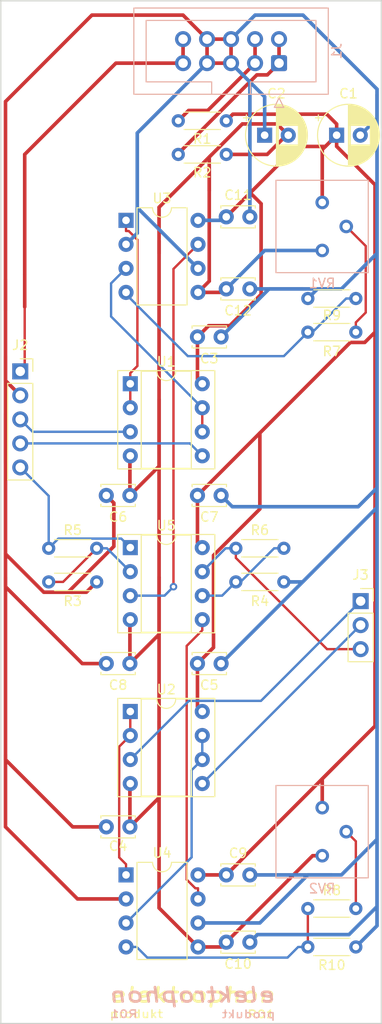
<source format=kicad_pcb>
(kicad_pcb (version 20171130) (host pcbnew 5.1.10)

  (general
    (thickness 1.6)
    (drawings 4)
    (tracks 270)
    (zones 0)
    (modules 37)
    (nets 25)
  )

  (page A4)
  (title_block
    (title produkt)
    (date 2021-07-28)
    (comment 1 "PCB for main circuit")
    (comment 2 "vca and ringmodulator")
    (comment 4 "License CC BY 4.0 - Attribution 4.0 International")
  )

  (layers
    (0 F.Cu signal)
    (31 B.Cu signal)
    (32 B.Adhes user)
    (33 F.Adhes user)
    (34 B.Paste user)
    (35 F.Paste user)
    (36 B.SilkS user)
    (37 F.SilkS user)
    (38 B.Mask user)
    (39 F.Mask user)
    (40 Dwgs.User user)
    (41 Cmts.User user)
    (42 Eco1.User user)
    (43 Eco2.User user)
    (44 Edge.Cuts user)
    (45 Margin user)
    (46 B.CrtYd user)
    (47 F.CrtYd user)
    (48 B.Fab user)
    (49 F.Fab user)
  )

  (setup
    (last_trace_width 0.25)
    (user_trace_width 0.381)
    (user_trace_width 0.762)
    (trace_clearance 0.2)
    (zone_clearance 0.508)
    (zone_45_only no)
    (trace_min 0.2)
    (via_size 0.8)
    (via_drill 0.4)
    (via_min_size 0.4)
    (via_min_drill 0.3)
    (uvia_size 0.3)
    (uvia_drill 0.1)
    (uvias_allowed no)
    (uvia_min_size 0.2)
    (uvia_min_drill 0.1)
    (edge_width 0.05)
    (segment_width 0.2)
    (pcb_text_width 0.3)
    (pcb_text_size 1.5 1.5)
    (mod_edge_width 0.12)
    (mod_text_size 1 1)
    (mod_text_width 0.15)
    (pad_size 1.524 1.524)
    (pad_drill 0.762)
    (pad_to_mask_clearance 0)
    (aux_axis_origin 0 0)
    (visible_elements FFFFFF7F)
    (pcbplotparams
      (layerselection 0x010fc_ffffffff)
      (usegerberextensions false)
      (usegerberattributes true)
      (usegerberadvancedattributes true)
      (creategerberjobfile true)
      (excludeedgelayer true)
      (linewidth 0.100000)
      (plotframeref false)
      (viasonmask false)
      (mode 1)
      (useauxorigin false)
      (hpglpennumber 1)
      (hpglpenspeed 20)
      (hpglpendiameter 15.000000)
      (psnegative false)
      (psa4output false)
      (plotreference true)
      (plotvalue true)
      (plotinvisibletext false)
      (padsonsilk false)
      (subtractmaskfromsilk false)
      (outputformat 1)
      (mirror false)
      (drillshape 1)
      (scaleselection 1)
      (outputdirectory ""))
  )

  (net 0 "")
  (net 1 GND)
  (net 2 +15V)
  (net 3 -15V)
  (net 4 +5V)
  (net 5 VP)
  (net 6 VN)
  (net 7 OUTb)
  (net 8 Yb)
  (net 9 Xb)
  (net 10 OUTa)
  (net 11 Ya)
  (net 12 Xa)
  (net 13 "Net-(R3-Pad1)")
  (net 14 "Net-(R4-Pad1)")
  (net 15 "Net-(R7-Pad2)")
  (net 16 "Net-(R7-Pad1)")
  (net 17 "Net-(R8-Pad2)")
  (net 18 "Net-(R10-Pad2)")
  (net 19 "Net-(U1-Pad6)")
  (net 20 "Net-(U1-Pad1)")
  (net 21 "Net-(U2-Pad6)")
  (net 22 "Net-(U2-Pad1)")
  (net 23 "Net-(U3-Pad7)")
  (net 24 "Net-(U4-Pad7)")

  (net_class Default "This is the default net class."
    (clearance 0.2)
    (trace_width 0.25)
    (via_dia 0.8)
    (via_drill 0.4)
    (uvia_dia 0.3)
    (uvia_drill 0.1)
    (add_net +15V)
    (add_net +5V)
    (add_net -15V)
    (add_net GND)
    (add_net "Net-(R10-Pad2)")
    (add_net "Net-(R3-Pad1)")
    (add_net "Net-(R4-Pad1)")
    (add_net "Net-(R7-Pad1)")
    (add_net "Net-(R7-Pad2)")
    (add_net "Net-(R8-Pad2)")
    (add_net "Net-(U1-Pad1)")
    (add_net "Net-(U1-Pad6)")
    (add_net "Net-(U2-Pad1)")
    (add_net "Net-(U2-Pad6)")
    (add_net "Net-(U3-Pad7)")
    (add_net "Net-(U4-Pad7)")
    (add_net OUTa)
    (add_net OUTb)
    (add_net VN)
    (add_net VP)
    (add_net Xa)
    (add_net Xb)
    (add_net Ya)
    (add_net Yb)
  )

  (module "elektrophon:elektrophon logo" locked (layer F.Cu) (tedit 5D74BFC6) (tstamp 61044F55)
    (at 71.12 156.972)
    (fp_text reference REF** (at 0 3.556) (layer F.SilkS) hide
      (effects (font (size 1 1) (thickness 0.15)))
    )
    (fp_text value "elektrophon logo" (at 0 -3.048) (layer F.Fab) hide
      (effects (font (size 1 1) (thickness 0.15)))
    )
    (fp_text user produkt (at 8.84 1.02) (layer B.SilkS)
      (effects (font (size 0.8 1) (thickness 0.15)) (justify left mirror))
    )
    (fp_text user R01 (at -8.83 1) (layer B.SilkS)
      (effects (font (size 0.8 1) (thickness 0.15)) (justify right mirror))
    )
    (fp_text user elektrophon (at 0 -1.016) (layer B.SilkS)
      (effects (font (size 1.5 2) (thickness 0.3) italic) (justify mirror))
    )
    (fp_text user R01 (at 8.8 1.02) (layer F.SilkS)
      (effects (font (size 0.8 1) (thickness 0.15)) (justify right))
    )
    (fp_text user produkt (at -8.88 1) (layer F.SilkS)
      (effects (font (size 0.8 1) (thickness 0.15)) (justify left))
    )
    (fp_text user elektrophon (at 0 -1.016) (layer F.SilkS)
      (effects (font (size 1.5 2) (thickness 0.3) italic))
    )
  )

  (module Connector_PinSocket_2.54mm:PinSocket_1x05_P2.54mm_Vertical (layer F.Cu) (tedit 5A19A420) (tstamp 610441DE)
    (at 52.87 90)
    (descr "Through hole straight socket strip, 1x05, 2.54mm pitch, single row (from Kicad 4.0.7), script generated")
    (tags "Through hole socket strip THT 1x05 2.54mm single row")
    (path /61044027)
    (fp_text reference J2 (at 0 -2.77) (layer F.SilkS)
      (effects (font (size 1 1) (thickness 0.15)))
    )
    (fp_text value "01x05 Female" (at 0 12.93) (layer F.Fab) hide
      (effects (font (size 1 1) (thickness 0.15)))
    )
    (fp_line (start -1.27 -1.27) (end 0.635 -1.27) (layer F.Fab) (width 0.1))
    (fp_line (start 0.635 -1.27) (end 1.27 -0.635) (layer F.Fab) (width 0.1))
    (fp_line (start 1.27 -0.635) (end 1.27 11.43) (layer F.Fab) (width 0.1))
    (fp_line (start 1.27 11.43) (end -1.27 11.43) (layer F.Fab) (width 0.1))
    (fp_line (start -1.27 11.43) (end -1.27 -1.27) (layer F.Fab) (width 0.1))
    (fp_line (start -1.33 1.27) (end 1.33 1.27) (layer F.SilkS) (width 0.12))
    (fp_line (start -1.33 1.27) (end -1.33 11.49) (layer F.SilkS) (width 0.12))
    (fp_line (start -1.33 11.49) (end 1.33 11.49) (layer F.SilkS) (width 0.12))
    (fp_line (start 1.33 1.27) (end 1.33 11.49) (layer F.SilkS) (width 0.12))
    (fp_line (start 1.33 -1.33) (end 1.33 0) (layer F.SilkS) (width 0.12))
    (fp_line (start 0 -1.33) (end 1.33 -1.33) (layer F.SilkS) (width 0.12))
    (fp_line (start -1.8 -1.8) (end 1.75 -1.8) (layer F.CrtYd) (width 0.05))
    (fp_line (start 1.75 -1.8) (end 1.75 11.9) (layer F.CrtYd) (width 0.05))
    (fp_line (start 1.75 11.9) (end -1.8 11.9) (layer F.CrtYd) (width 0.05))
    (fp_line (start -1.8 11.9) (end -1.8 -1.8) (layer F.CrtYd) (width 0.05))
    (fp_text user %R (at 0 5.08 90) (layer F.Fab)
      (effects (font (size 1 1) (thickness 0.15)))
    )
    (pad 5 thru_hole oval (at 0 10.16) (size 1.7 1.7) (drill 1) (layers *.Cu *.Mask)
      (net 10 OUTa))
    (pad 4 thru_hole oval (at 0 7.62) (size 1.7 1.7) (drill 1) (layers *.Cu *.Mask)
      (net 11 Ya))
    (pad 3 thru_hole oval (at 0 5.08) (size 1.7 1.7) (drill 1) (layers *.Cu *.Mask)
      (net 12 Xa))
    (pad 2 thru_hole oval (at 0 2.54) (size 1.7 1.7) (drill 1) (layers *.Cu *.Mask)
      (net 1 GND))
    (pad 1 thru_hole rect (at 0 0) (size 1.7 1.7) (drill 1) (layers *.Cu *.Mask)
      (net 4 +5V))
    (model ${KISYS3DMOD}/Connector_PinSocket_2.54mm.3dshapes/PinSocket_1x05_P2.54mm_Vertical.wrl
      (at (xyz 0 0 0))
      (scale (xyz 1 1 1))
      (rotate (xyz 0 0 0))
    )
  )

  (module Connector_PinSocket_2.54mm:PinSocket_1x03_P2.54mm_Vertical (layer F.Cu) (tedit 5A19A429) (tstamp 61043665)
    (at 88.9 114.3)
    (descr "Through hole straight socket strip, 1x03, 2.54mm pitch, single row (from Kicad 4.0.7), script generated")
    (tags "Through hole socket strip THT 1x03 2.54mm single row")
    (path /6105072E)
    (fp_text reference J3 (at 0 -2.77) (layer F.SilkS)
      (effects (font (size 1 1) (thickness 0.15)))
    )
    (fp_text value "01x03 Female" (at 0 7.85) (layer F.Fab) hide
      (effects (font (size 1 1) (thickness 0.15)))
    )
    (fp_line (start -1.8 6.85) (end -1.8 -1.8) (layer F.CrtYd) (width 0.05))
    (fp_line (start 1.75 6.85) (end -1.8 6.85) (layer F.CrtYd) (width 0.05))
    (fp_line (start 1.75 -1.8) (end 1.75 6.85) (layer F.CrtYd) (width 0.05))
    (fp_line (start -1.8 -1.8) (end 1.75 -1.8) (layer F.CrtYd) (width 0.05))
    (fp_line (start 0 -1.33) (end 1.33 -1.33) (layer F.SilkS) (width 0.12))
    (fp_line (start 1.33 -1.33) (end 1.33 0) (layer F.SilkS) (width 0.12))
    (fp_line (start 1.33 1.27) (end 1.33 6.41) (layer F.SilkS) (width 0.12))
    (fp_line (start -1.33 6.41) (end 1.33 6.41) (layer F.SilkS) (width 0.12))
    (fp_line (start -1.33 1.27) (end -1.33 6.41) (layer F.SilkS) (width 0.12))
    (fp_line (start -1.33 1.27) (end 1.33 1.27) (layer F.SilkS) (width 0.12))
    (fp_line (start -1.27 6.35) (end -1.27 -1.27) (layer F.Fab) (width 0.1))
    (fp_line (start 1.27 6.35) (end -1.27 6.35) (layer F.Fab) (width 0.1))
    (fp_line (start 1.27 -0.635) (end 1.27 6.35) (layer F.Fab) (width 0.1))
    (fp_line (start 0.635 -1.27) (end 1.27 -0.635) (layer F.Fab) (width 0.1))
    (fp_line (start -1.27 -1.27) (end 0.635 -1.27) (layer F.Fab) (width 0.1))
    (fp_text user %R (at 0 2.54 90) (layer F.Fab)
      (effects (font (size 1 1) (thickness 0.15)))
    )
    (pad 3 thru_hole oval (at 0 5.08) (size 1.7 1.7) (drill 1) (layers *.Cu *.Mask)
      (net 7 OUTb))
    (pad 2 thru_hole oval (at 0 2.54) (size 1.7 1.7) (drill 1) (layers *.Cu *.Mask)
      (net 8 Yb))
    (pad 1 thru_hole rect (at 0 0) (size 1.7 1.7) (drill 1) (layers *.Cu *.Mask)
      (net 9 Xb))
    (model ${KISYS3DMOD}/Connector_PinSocket_2.54mm.3dshapes/PinSocket_1x03_P2.54mm_Vertical.wrl
      (at (xyz 0 0 0))
      (scale (xyz 1 1 1))
      (rotate (xyz 0 0 0))
    )
  )

  (module Package_DIP:DIP-8_W7.62mm_Socket (layer F.Cu) (tedit 5A02E8C5) (tstamp 610070AE)
    (at 64.516 108.642)
    (descr "8-lead though-hole mounted DIP package, row spacing 7.62 mm (300 mils), Socket")
    (tags "THT DIP DIL PDIP 2.54mm 7.62mm 300mil Socket")
    (path /61029861)
    (fp_text reference U5 (at 3.81 -2.33) (layer F.SilkS)
      (effects (font (size 1 1) (thickness 0.15)))
    )
    (fp_text value TL072 (at 3.81 9.95) (layer F.Fab)
      (effects (font (size 1 1) (thickness 0.15)))
    )
    (fp_line (start 9.15 -1.6) (end -1.55 -1.6) (layer F.CrtYd) (width 0.05))
    (fp_line (start 9.15 9.2) (end 9.15 -1.6) (layer F.CrtYd) (width 0.05))
    (fp_line (start -1.55 9.2) (end 9.15 9.2) (layer F.CrtYd) (width 0.05))
    (fp_line (start -1.55 -1.6) (end -1.55 9.2) (layer F.CrtYd) (width 0.05))
    (fp_line (start 8.95 -1.39) (end -1.33 -1.39) (layer F.SilkS) (width 0.12))
    (fp_line (start 8.95 9.01) (end 8.95 -1.39) (layer F.SilkS) (width 0.12))
    (fp_line (start -1.33 9.01) (end 8.95 9.01) (layer F.SilkS) (width 0.12))
    (fp_line (start -1.33 -1.39) (end -1.33 9.01) (layer F.SilkS) (width 0.12))
    (fp_line (start 6.46 -1.33) (end 4.81 -1.33) (layer F.SilkS) (width 0.12))
    (fp_line (start 6.46 8.95) (end 6.46 -1.33) (layer F.SilkS) (width 0.12))
    (fp_line (start 1.16 8.95) (end 6.46 8.95) (layer F.SilkS) (width 0.12))
    (fp_line (start 1.16 -1.33) (end 1.16 8.95) (layer F.SilkS) (width 0.12))
    (fp_line (start 2.81 -1.33) (end 1.16 -1.33) (layer F.SilkS) (width 0.12))
    (fp_line (start 8.89 -1.33) (end -1.27 -1.33) (layer F.Fab) (width 0.1))
    (fp_line (start 8.89 8.95) (end 8.89 -1.33) (layer F.Fab) (width 0.1))
    (fp_line (start -1.27 8.95) (end 8.89 8.95) (layer F.Fab) (width 0.1))
    (fp_line (start -1.27 -1.33) (end -1.27 8.95) (layer F.Fab) (width 0.1))
    (fp_line (start 0.635 -0.27) (end 1.635 -1.27) (layer F.Fab) (width 0.1))
    (fp_line (start 0.635 8.89) (end 0.635 -0.27) (layer F.Fab) (width 0.1))
    (fp_line (start 6.985 8.89) (end 0.635 8.89) (layer F.Fab) (width 0.1))
    (fp_line (start 6.985 -1.27) (end 6.985 8.89) (layer F.Fab) (width 0.1))
    (fp_line (start 1.635 -1.27) (end 6.985 -1.27) (layer F.Fab) (width 0.1))
    (fp_text user %R (at 3.81 3.81) (layer F.Fab)
      (effects (font (size 1 1) (thickness 0.15)))
    )
    (fp_arc (start 3.81 -1.33) (end 2.81 -1.33) (angle -180) (layer F.SilkS) (width 0.12))
    (pad 8 thru_hole oval (at 7.62 0) (size 1.6 1.6) (drill 0.8) (layers *.Cu *.Mask)
      (net 2 +15V))
    (pad 4 thru_hole oval (at 0 7.62) (size 1.6 1.6) (drill 0.8) (layers *.Cu *.Mask)
      (net 3 -15V))
    (pad 7 thru_hole oval (at 7.62 2.54) (size 1.6 1.6) (drill 0.8) (layers *.Cu *.Mask)
      (net 7 OUTb))
    (pad 3 thru_hole oval (at 0 5.08) (size 1.6 1.6) (drill 0.8) (layers *.Cu *.Mask)
      (net 23 "Net-(U3-Pad7)"))
    (pad 6 thru_hole oval (at 7.62 5.08) (size 1.6 1.6) (drill 0.8) (layers *.Cu *.Mask)
      (net 14 "Net-(R4-Pad1)"))
    (pad 2 thru_hole oval (at 0 2.54) (size 1.6 1.6) (drill 0.8) (layers *.Cu *.Mask)
      (net 13 "Net-(R3-Pad1)"))
    (pad 5 thru_hole oval (at 7.62 7.62) (size 1.6 1.6) (drill 0.8) (layers *.Cu *.Mask)
      (net 24 "Net-(U4-Pad7)"))
    (pad 1 thru_hole rect (at 0 0) (size 1.6 1.6) (drill 0.8) (layers *.Cu *.Mask)
      (net 10 OUTa))
    (model ${KISYS3DMOD}/Package_DIP.3dshapes/DIP-8_W7.62mm_Socket.wrl
      (at (xyz 0 0 0))
      (scale (xyz 1 1 1))
      (rotate (xyz 0 0 0))
    )
  )

  (module Package_DIP:DIP-8_W7.62mm_Socket (layer F.Cu) (tedit 5A02E8C5) (tstamp 6100701E)
    (at 64.516 125.974)
    (descr "8-lead though-hole mounted DIP package, row spacing 7.62 mm (300 mils), Socket")
    (tags "THT DIP DIL PDIP 2.54mm 7.62mm 300mil Socket")
    (path /6102316F)
    (fp_text reference U2 (at 3.81 -2.33) (layer F.SilkS)
      (effects (font (size 1 1) (thickness 0.15)))
    )
    (fp_text value TL072 (at 3.81 9.95) (layer F.Fab)
      (effects (font (size 1 1) (thickness 0.15)))
    )
    (fp_line (start 9.15 -1.6) (end -1.55 -1.6) (layer F.CrtYd) (width 0.05))
    (fp_line (start 9.15 9.2) (end 9.15 -1.6) (layer F.CrtYd) (width 0.05))
    (fp_line (start -1.55 9.2) (end 9.15 9.2) (layer F.CrtYd) (width 0.05))
    (fp_line (start -1.55 -1.6) (end -1.55 9.2) (layer F.CrtYd) (width 0.05))
    (fp_line (start 8.95 -1.39) (end -1.33 -1.39) (layer F.SilkS) (width 0.12))
    (fp_line (start 8.95 9.01) (end 8.95 -1.39) (layer F.SilkS) (width 0.12))
    (fp_line (start -1.33 9.01) (end 8.95 9.01) (layer F.SilkS) (width 0.12))
    (fp_line (start -1.33 -1.39) (end -1.33 9.01) (layer F.SilkS) (width 0.12))
    (fp_line (start 6.46 -1.33) (end 4.81 -1.33) (layer F.SilkS) (width 0.12))
    (fp_line (start 6.46 8.95) (end 6.46 -1.33) (layer F.SilkS) (width 0.12))
    (fp_line (start 1.16 8.95) (end 6.46 8.95) (layer F.SilkS) (width 0.12))
    (fp_line (start 1.16 -1.33) (end 1.16 8.95) (layer F.SilkS) (width 0.12))
    (fp_line (start 2.81 -1.33) (end 1.16 -1.33) (layer F.SilkS) (width 0.12))
    (fp_line (start 8.89 -1.33) (end -1.27 -1.33) (layer F.Fab) (width 0.1))
    (fp_line (start 8.89 8.95) (end 8.89 -1.33) (layer F.Fab) (width 0.1))
    (fp_line (start -1.27 8.95) (end 8.89 8.95) (layer F.Fab) (width 0.1))
    (fp_line (start -1.27 -1.33) (end -1.27 8.95) (layer F.Fab) (width 0.1))
    (fp_line (start 0.635 -0.27) (end 1.635 -1.27) (layer F.Fab) (width 0.1))
    (fp_line (start 0.635 8.89) (end 0.635 -0.27) (layer F.Fab) (width 0.1))
    (fp_line (start 6.985 8.89) (end 0.635 8.89) (layer F.Fab) (width 0.1))
    (fp_line (start 6.985 -1.27) (end 6.985 8.89) (layer F.Fab) (width 0.1))
    (fp_line (start 1.635 -1.27) (end 6.985 -1.27) (layer F.Fab) (width 0.1))
    (fp_text user %R (at 3.81 3.81) (layer F.Fab)
      (effects (font (size 1 1) (thickness 0.15)))
    )
    (fp_arc (start 3.81 -1.33) (end 2.81 -1.33) (angle -180) (layer F.SilkS) (width 0.12))
    (pad 8 thru_hole oval (at 7.62 0) (size 1.6 1.6) (drill 0.8) (layers *.Cu *.Mask)
      (net 2 +15V))
    (pad 4 thru_hole oval (at 0 7.62) (size 1.6 1.6) (drill 0.8) (layers *.Cu *.Mask)
      (net 3 -15V))
    (pad 7 thru_hole oval (at 7.62 2.54) (size 1.6 1.6) (drill 0.8) (layers *.Cu *.Mask)
      (net 21 "Net-(U2-Pad6)"))
    (pad 3 thru_hole oval (at 0 5.08) (size 1.6 1.6) (drill 0.8) (layers *.Cu *.Mask)
      (net 9 Xb))
    (pad 6 thru_hole oval (at 7.62 5.08) (size 1.6 1.6) (drill 0.8) (layers *.Cu *.Mask)
      (net 21 "Net-(U2-Pad6)"))
    (pad 2 thru_hole oval (at 0 2.54) (size 1.6 1.6) (drill 0.8) (layers *.Cu *.Mask)
      (net 22 "Net-(U2-Pad1)"))
    (pad 5 thru_hole oval (at 7.62 7.62) (size 1.6 1.6) (drill 0.8) (layers *.Cu *.Mask)
      (net 8 Yb))
    (pad 1 thru_hole rect (at 0 0) (size 1.6 1.6) (drill 0.8) (layers *.Cu *.Mask)
      (net 22 "Net-(U2-Pad1)"))
    (model ${KISYS3DMOD}/Package_DIP.3dshapes/DIP-8_W7.62mm_Socket.wrl
      (at (xyz 0 0 0))
      (scale (xyz 1 1 1))
      (rotate (xyz 0 0 0))
    )
  )

  (module Package_DIP:DIP-8_W7.62mm_Socket (layer F.Cu) (tedit 5A02E8C5) (tstamp 61006FFA)
    (at 64.516 91.3104)
    (descr "8-lead though-hole mounted DIP package, row spacing 7.62 mm (300 mils), Socket")
    (tags "THT DIP DIL PDIP 2.54mm 7.62mm 300mil Socket")
    (path /61005F8A)
    (fp_text reference U1 (at 3.81 -2.33) (layer F.SilkS)
      (effects (font (size 1 1) (thickness 0.15)))
    )
    (fp_text value TL072 (at 3.81 9.95) (layer F.Fab)
      (effects (font (size 1 1) (thickness 0.15)))
    )
    (fp_line (start 9.15 -1.6) (end -1.55 -1.6) (layer F.CrtYd) (width 0.05))
    (fp_line (start 9.15 9.2) (end 9.15 -1.6) (layer F.CrtYd) (width 0.05))
    (fp_line (start -1.55 9.2) (end 9.15 9.2) (layer F.CrtYd) (width 0.05))
    (fp_line (start -1.55 -1.6) (end -1.55 9.2) (layer F.CrtYd) (width 0.05))
    (fp_line (start 8.95 -1.39) (end -1.33 -1.39) (layer F.SilkS) (width 0.12))
    (fp_line (start 8.95 9.01) (end 8.95 -1.39) (layer F.SilkS) (width 0.12))
    (fp_line (start -1.33 9.01) (end 8.95 9.01) (layer F.SilkS) (width 0.12))
    (fp_line (start -1.33 -1.39) (end -1.33 9.01) (layer F.SilkS) (width 0.12))
    (fp_line (start 6.46 -1.33) (end 4.81 -1.33) (layer F.SilkS) (width 0.12))
    (fp_line (start 6.46 8.95) (end 6.46 -1.33) (layer F.SilkS) (width 0.12))
    (fp_line (start 1.16 8.95) (end 6.46 8.95) (layer F.SilkS) (width 0.12))
    (fp_line (start 1.16 -1.33) (end 1.16 8.95) (layer F.SilkS) (width 0.12))
    (fp_line (start 2.81 -1.33) (end 1.16 -1.33) (layer F.SilkS) (width 0.12))
    (fp_line (start 8.89 -1.33) (end -1.27 -1.33) (layer F.Fab) (width 0.1))
    (fp_line (start 8.89 8.95) (end 8.89 -1.33) (layer F.Fab) (width 0.1))
    (fp_line (start -1.27 8.95) (end 8.89 8.95) (layer F.Fab) (width 0.1))
    (fp_line (start -1.27 -1.33) (end -1.27 8.95) (layer F.Fab) (width 0.1))
    (fp_line (start 0.635 -0.27) (end 1.635 -1.27) (layer F.Fab) (width 0.1))
    (fp_line (start 0.635 8.89) (end 0.635 -0.27) (layer F.Fab) (width 0.1))
    (fp_line (start 6.985 8.89) (end 0.635 8.89) (layer F.Fab) (width 0.1))
    (fp_line (start 6.985 -1.27) (end 6.985 8.89) (layer F.Fab) (width 0.1))
    (fp_line (start 1.635 -1.27) (end 6.985 -1.27) (layer F.Fab) (width 0.1))
    (fp_text user %R (at 3.81 3.81) (layer F.Fab)
      (effects (font (size 1 1) (thickness 0.15)))
    )
    (fp_arc (start 3.81 -1.33) (end 2.81 -1.33) (angle -180) (layer F.SilkS) (width 0.12))
    (pad 8 thru_hole oval (at 7.62 0) (size 1.6 1.6) (drill 0.8) (layers *.Cu *.Mask)
      (net 2 +15V))
    (pad 4 thru_hole oval (at 0 7.62) (size 1.6 1.6) (drill 0.8) (layers *.Cu *.Mask)
      (net 3 -15V))
    (pad 7 thru_hole oval (at 7.62 2.54) (size 1.6 1.6) (drill 0.8) (layers *.Cu *.Mask)
      (net 19 "Net-(U1-Pad6)"))
    (pad 3 thru_hole oval (at 0 5.08) (size 1.6 1.6) (drill 0.8) (layers *.Cu *.Mask)
      (net 12 Xa))
    (pad 6 thru_hole oval (at 7.62 5.08) (size 1.6 1.6) (drill 0.8) (layers *.Cu *.Mask)
      (net 19 "Net-(U1-Pad6)"))
    (pad 2 thru_hole oval (at 0 2.54) (size 1.6 1.6) (drill 0.8) (layers *.Cu *.Mask)
      (net 20 "Net-(U1-Pad1)"))
    (pad 5 thru_hole oval (at 7.62 7.62) (size 1.6 1.6) (drill 0.8) (layers *.Cu *.Mask)
      (net 11 Ya))
    (pad 1 thru_hole rect (at 0 0) (size 1.6 1.6) (drill 0.8) (layers *.Cu *.Mask)
      (net 20 "Net-(U1-Pad1)"))
    (model ${KISYS3DMOD}/Package_DIP.3dshapes/DIP-8_W7.62mm_Socket.wrl
      (at (xyz 0 0 0))
      (scale (xyz 1 1 1))
      (rotate (xyz 0 0 0))
    )
  )

  (module Package_DIP:DIP-8_W7.62mm (layer F.Cu) (tedit 5A02E8C5) (tstamp 60E41C1B)
    (at 64.066 143.256)
    (descr "8-lead though-hole mounted DIP package, row spacing 7.62 mm (300 mils)")
    (tags "THT DIP DIL PDIP 2.54mm 7.62mm 300mil")
    (path /609D2173)
    (fp_text reference U4 (at 3.81 -2.33) (layer F.SilkS)
      (effects (font (size 1 1) (thickness 0.15)))
    )
    (fp_text value AD633 (at 3.81 9.95) (layer F.Fab)
      (effects (font (size 1 1) (thickness 0.15)))
    )
    (fp_line (start 8.7 -1.55) (end -1.1 -1.55) (layer F.CrtYd) (width 0.05))
    (fp_line (start 8.7 9.15) (end 8.7 -1.55) (layer F.CrtYd) (width 0.05))
    (fp_line (start -1.1 9.15) (end 8.7 9.15) (layer F.CrtYd) (width 0.05))
    (fp_line (start -1.1 -1.55) (end -1.1 9.15) (layer F.CrtYd) (width 0.05))
    (fp_line (start 6.46 -1.33) (end 4.81 -1.33) (layer F.SilkS) (width 0.12))
    (fp_line (start 6.46 8.95) (end 6.46 -1.33) (layer F.SilkS) (width 0.12))
    (fp_line (start 1.16 8.95) (end 6.46 8.95) (layer F.SilkS) (width 0.12))
    (fp_line (start 1.16 -1.33) (end 1.16 8.95) (layer F.SilkS) (width 0.12))
    (fp_line (start 2.81 -1.33) (end 1.16 -1.33) (layer F.SilkS) (width 0.12))
    (fp_line (start 0.635 -0.27) (end 1.635 -1.27) (layer F.Fab) (width 0.1))
    (fp_line (start 0.635 8.89) (end 0.635 -0.27) (layer F.Fab) (width 0.1))
    (fp_line (start 6.985 8.89) (end 0.635 8.89) (layer F.Fab) (width 0.1))
    (fp_line (start 6.985 -1.27) (end 6.985 8.89) (layer F.Fab) (width 0.1))
    (fp_line (start 1.635 -1.27) (end 6.985 -1.27) (layer F.Fab) (width 0.1))
    (fp_text user %R (at 3.81 3.81) (layer F.Fab)
      (effects (font (size 1 1) (thickness 0.15)))
    )
    (fp_arc (start 3.81 -1.33) (end 2.81 -1.33) (angle -180) (layer F.SilkS) (width 0.12))
    (pad 8 thru_hole oval (at 7.62 0) (size 1.6 1.6) (drill 0.8) (layers *.Cu *.Mask)
      (net 2 +15V))
    (pad 4 thru_hole oval (at 0 7.62) (size 1.6 1.6) (drill 0.8) (layers *.Cu *.Mask)
      (net 18 "Net-(R10-Pad2)"))
    (pad 7 thru_hole oval (at 7.62 2.54) (size 1.6 1.6) (drill 0.8) (layers *.Cu *.Mask)
      (net 24 "Net-(U4-Pad7)"))
    (pad 3 thru_hole oval (at 0 5.08) (size 1.6 1.6) (drill 0.8) (layers *.Cu *.Mask)
      (net 21 "Net-(U2-Pad6)"))
    (pad 6 thru_hole oval (at 7.62 5.08) (size 1.6 1.6) (drill 0.8) (layers *.Cu *.Mask)
      (net 1 GND))
    (pad 2 thru_hole oval (at 0 2.54) (size 1.6 1.6) (drill 0.8) (layers *.Cu *.Mask)
      (net 1 GND))
    (pad 5 thru_hole oval (at 7.62 7.62) (size 1.6 1.6) (drill 0.8) (layers *.Cu *.Mask)
      (net 3 -15V))
    (pad 1 thru_hole rect (at 0 0) (size 1.6 1.6) (drill 0.8) (layers *.Cu *.Mask)
      (net 22 "Net-(U2-Pad1)"))
    (model ${KISYS3DMOD}/Package_DIP.3dshapes/DIP-8_W7.62mm.wrl
      (at (xyz 0 0 0))
      (scale (xyz 1 1 1))
      (rotate (xyz 0 0 0))
    )
  )

  (module Package_DIP:DIP-8_W7.62mm (layer F.Cu) (tedit 5A02E8C5) (tstamp 60E41BFF)
    (at 64.066 74.0285)
    (descr "8-lead though-hole mounted DIP package, row spacing 7.62 mm (300 mils)")
    (tags "THT DIP DIL PDIP 2.54mm 7.62mm 300mil")
    (path /5F74D4F3)
    (fp_text reference U3 (at 3.81 -2.33) (layer F.SilkS)
      (effects (font (size 1 1) (thickness 0.15)))
    )
    (fp_text value AD633 (at 3.81 9.95) (layer F.Fab)
      (effects (font (size 1 1) (thickness 0.15)))
    )
    (fp_line (start 8.7 -1.55) (end -1.1 -1.55) (layer F.CrtYd) (width 0.05))
    (fp_line (start 8.7 9.15) (end 8.7 -1.55) (layer F.CrtYd) (width 0.05))
    (fp_line (start -1.1 9.15) (end 8.7 9.15) (layer F.CrtYd) (width 0.05))
    (fp_line (start -1.1 -1.55) (end -1.1 9.15) (layer F.CrtYd) (width 0.05))
    (fp_line (start 6.46 -1.33) (end 4.81 -1.33) (layer F.SilkS) (width 0.12))
    (fp_line (start 6.46 8.95) (end 6.46 -1.33) (layer F.SilkS) (width 0.12))
    (fp_line (start 1.16 8.95) (end 6.46 8.95) (layer F.SilkS) (width 0.12))
    (fp_line (start 1.16 -1.33) (end 1.16 8.95) (layer F.SilkS) (width 0.12))
    (fp_line (start 2.81 -1.33) (end 1.16 -1.33) (layer F.SilkS) (width 0.12))
    (fp_line (start 0.635 -0.27) (end 1.635 -1.27) (layer F.Fab) (width 0.1))
    (fp_line (start 0.635 8.89) (end 0.635 -0.27) (layer F.Fab) (width 0.1))
    (fp_line (start 6.985 8.89) (end 0.635 8.89) (layer F.Fab) (width 0.1))
    (fp_line (start 6.985 -1.27) (end 6.985 8.89) (layer F.Fab) (width 0.1))
    (fp_line (start 1.635 -1.27) (end 6.985 -1.27) (layer F.Fab) (width 0.1))
    (fp_text user %R (at 3.81 3.81) (layer F.Fab)
      (effects (font (size 1 1) (thickness 0.15)))
    )
    (fp_arc (start 3.81 -1.33) (end 2.81 -1.33) (angle -180) (layer F.SilkS) (width 0.12))
    (pad 8 thru_hole oval (at 7.62 0) (size 1.6 1.6) (drill 0.8) (layers *.Cu *.Mask)
      (net 2 +15V))
    (pad 4 thru_hole oval (at 0 7.62) (size 1.6 1.6) (drill 0.8) (layers *.Cu *.Mask)
      (net 16 "Net-(R7-Pad1)"))
    (pad 7 thru_hole oval (at 7.62 2.54) (size 1.6 1.6) (drill 0.8) (layers *.Cu *.Mask)
      (net 23 "Net-(U3-Pad7)"))
    (pad 3 thru_hole oval (at 0 5.08) (size 1.6 1.6) (drill 0.8) (layers *.Cu *.Mask)
      (net 19 "Net-(U1-Pad6)"))
    (pad 6 thru_hole oval (at 7.62 5.08) (size 1.6 1.6) (drill 0.8) (layers *.Cu *.Mask)
      (net 1 GND))
    (pad 2 thru_hole oval (at 0 2.54) (size 1.6 1.6) (drill 0.8) (layers *.Cu *.Mask)
      (net 1 GND))
    (pad 5 thru_hole oval (at 7.62 7.62) (size 1.6 1.6) (drill 0.8) (layers *.Cu *.Mask)
      (net 3 -15V))
    (pad 1 thru_hole rect (at 0 0) (size 1.6 1.6) (drill 0.8) (layers *.Cu *.Mask)
      (net 20 "Net-(U1-Pad1)"))
    (model ${KISYS3DMOD}/Package_DIP.3dshapes/DIP-8_W7.62mm.wrl
      (at (xyz 0 0 0))
      (scale (xyz 1 1 1))
      (rotate (xyz 0 0 0))
    )
  )

  (module Potentiometer_THT:Potentiometer_Bourns_3386P_Vertical (layer B.Cu) (tedit 5AA07388) (tstamp 60E41B9B)
    (at 84.836 136.144)
    (descr "Potentiometer, vertical, Bourns 3386P, https://www.bourns.com/pdfs/3386.pdf")
    (tags "Potentiometer vertical Bourns 3386P")
    (path /60B398F6)
    (fp_text reference RV2 (at -0.015 8.555) (layer B.SilkS)
      (effects (font (size 1 1) (thickness 0.15)) (justify mirror))
    )
    (fp_text value 100k (at -0.015 -3.475) (layer B.Fab)
      (effects (font (size 1 1) (thickness 0.15)) (justify mirror))
    )
    (fp_line (start 5 7.56) (end -5.03 7.56) (layer B.CrtYd) (width 0.05))
    (fp_line (start 5 -2.48) (end 5 7.56) (layer B.CrtYd) (width 0.05))
    (fp_line (start -5.03 -2.48) (end 5 -2.48) (layer B.CrtYd) (width 0.05))
    (fp_line (start -5.03 7.56) (end -5.03 -2.48) (layer B.CrtYd) (width 0.05))
    (fp_line (start 4.87 7.425) (end 4.87 -2.345) (layer B.SilkS) (width 0.12))
    (fp_line (start -4.9 7.425) (end -4.9 -2.345) (layer B.SilkS) (width 0.12))
    (fp_line (start -4.9 -2.345) (end 4.87 -2.345) (layer B.SilkS) (width 0.12))
    (fp_line (start -4.9 7.425) (end 4.87 7.425) (layer B.SilkS) (width 0.12))
    (fp_line (start -0.891 0.98) (end -0.89 4.099) (layer B.Fab) (width 0.1))
    (fp_line (start -0.891 0.98) (end -0.89 4.099) (layer B.Fab) (width 0.1))
    (fp_line (start 4.75 7.305) (end -4.78 7.305) (layer B.Fab) (width 0.1))
    (fp_line (start 4.75 -2.225) (end 4.75 7.305) (layer B.Fab) (width 0.1))
    (fp_line (start -4.78 -2.225) (end 4.75 -2.225) (layer B.Fab) (width 0.1))
    (fp_line (start -4.78 7.305) (end -4.78 -2.225) (layer B.Fab) (width 0.1))
    (fp_circle (center -0.891 2.54) (end 0.684 2.54) (layer B.Fab) (width 0.1))
    (fp_text user %R (at -3.78 2.54 270) (layer B.Fab)
      (effects (font (size 1 1) (thickness 0.15)) (justify mirror))
    )
    (pad 1 thru_hole circle (at 0 0) (size 1.44 1.44) (drill 0.8) (layers *.Cu *.Mask)
      (net 2 +15V))
    (pad 2 thru_hole circle (at 2.54 2.54) (size 1.44 1.44) (drill 0.8) (layers *.Cu *.Mask)
      (net 17 "Net-(R8-Pad2)"))
    (pad 3 thru_hole circle (at 0 5.08) (size 1.44 1.44) (drill 0.8) (layers *.Cu *.Mask)
      (net 3 -15V))
    (model ${KISYS3DMOD}/Potentiometer_THT.3dshapes/Potentiometer_Bourns_3386P_Vertical.wrl
      (at (xyz 0 0 0))
      (scale (xyz 1 1 1))
      (rotate (xyz 0 0 0))
    )
  )

  (module Potentiometer_THT:Potentiometer_Bourns_3386P_Vertical (layer B.Cu) (tedit 5AA07388) (tstamp 60E41B84)
    (at 84.836 72.136)
    (descr "Potentiometer, vertical, Bourns 3386P, https://www.bourns.com/pdfs/3386.pdf")
    (tags "Potentiometer vertical Bourns 3386P")
    (path /60B5C6AC)
    (fp_text reference RV1 (at -0.015 8.555) (layer B.SilkS)
      (effects (font (size 1 1) (thickness 0.15)) (justify mirror))
    )
    (fp_text value 100k (at -0.015 -3.475) (layer B.Fab)
      (effects (font (size 1 1) (thickness 0.15)) (justify mirror))
    )
    (fp_line (start 5 7.56) (end -5.03 7.56) (layer B.CrtYd) (width 0.05))
    (fp_line (start 5 -2.48) (end 5 7.56) (layer B.CrtYd) (width 0.05))
    (fp_line (start -5.03 -2.48) (end 5 -2.48) (layer B.CrtYd) (width 0.05))
    (fp_line (start -5.03 7.56) (end -5.03 -2.48) (layer B.CrtYd) (width 0.05))
    (fp_line (start 4.87 7.425) (end 4.87 -2.345) (layer B.SilkS) (width 0.12))
    (fp_line (start -4.9 7.425) (end -4.9 -2.345) (layer B.SilkS) (width 0.12))
    (fp_line (start -4.9 -2.345) (end 4.87 -2.345) (layer B.SilkS) (width 0.12))
    (fp_line (start -4.9 7.425) (end 4.87 7.425) (layer B.SilkS) (width 0.12))
    (fp_line (start -0.891 0.98) (end -0.89 4.099) (layer B.Fab) (width 0.1))
    (fp_line (start -0.891 0.98) (end -0.89 4.099) (layer B.Fab) (width 0.1))
    (fp_line (start 4.75 7.305) (end -4.78 7.305) (layer B.Fab) (width 0.1))
    (fp_line (start 4.75 -2.225) (end 4.75 7.305) (layer B.Fab) (width 0.1))
    (fp_line (start -4.78 -2.225) (end 4.75 -2.225) (layer B.Fab) (width 0.1))
    (fp_line (start -4.78 7.305) (end -4.78 -2.225) (layer B.Fab) (width 0.1))
    (fp_circle (center -0.891 2.54) (end 0.684 2.54) (layer B.Fab) (width 0.1))
    (fp_text user %R (at -3.78 2.54 270) (layer B.Fab)
      (effects (font (size 1 1) (thickness 0.15)) (justify mirror))
    )
    (pad 1 thru_hole circle (at 0 0) (size 1.44 1.44) (drill 0.8) (layers *.Cu *.Mask)
      (net 2 +15V))
    (pad 2 thru_hole circle (at 2.54 2.54) (size 1.44 1.44) (drill 0.8) (layers *.Cu *.Mask)
      (net 15 "Net-(R7-Pad2)"))
    (pad 3 thru_hole circle (at 0 5.08) (size 1.44 1.44) (drill 0.8) (layers *.Cu *.Mask)
      (net 3 -15V))
    (model ${KISYS3DMOD}/Potentiometer_THT.3dshapes/Potentiometer_Bourns_3386P_Vertical.wrl
      (at (xyz 0 0 0))
      (scale (xyz 1 1 1))
      (rotate (xyz 0 0 0))
    )
  )

  (module Resistor_THT:R_Axial_DIN0204_L3.6mm_D1.6mm_P5.08mm_Horizontal (layer F.Cu) (tedit 5AE5139B) (tstamp 60E41B6D)
    (at 88.392 150.876 180)
    (descr "Resistor, Axial_DIN0204 series, Axial, Horizontal, pin pitch=5.08mm, 0.167W, length*diameter=3.6*1.6mm^2, http://cdn-reichelt.de/documents/datenblatt/B400/1_4W%23YAG.pdf")
    (tags "Resistor Axial_DIN0204 series Axial Horizontal pin pitch 5.08mm 0.167W length 3.6mm diameter 1.6mm")
    (path /60B4355D)
    (fp_text reference R10 (at 2.54 -1.92) (layer F.SilkS)
      (effects (font (size 1 1) (thickness 0.15)))
    )
    (fp_text value 100 (at 2.54 1.92) (layer F.Fab)
      (effects (font (size 1 1) (thickness 0.15)))
    )
    (fp_line (start 6.03 -1.05) (end -0.95 -1.05) (layer F.CrtYd) (width 0.05))
    (fp_line (start 6.03 1.05) (end 6.03 -1.05) (layer F.CrtYd) (width 0.05))
    (fp_line (start -0.95 1.05) (end 6.03 1.05) (layer F.CrtYd) (width 0.05))
    (fp_line (start -0.95 -1.05) (end -0.95 1.05) (layer F.CrtYd) (width 0.05))
    (fp_line (start 0.62 0.92) (end 4.46 0.92) (layer F.SilkS) (width 0.12))
    (fp_line (start 0.62 -0.92) (end 4.46 -0.92) (layer F.SilkS) (width 0.12))
    (fp_line (start 5.08 0) (end 4.34 0) (layer F.Fab) (width 0.1))
    (fp_line (start 0 0) (end 0.74 0) (layer F.Fab) (width 0.1))
    (fp_line (start 4.34 -0.8) (end 0.74 -0.8) (layer F.Fab) (width 0.1))
    (fp_line (start 4.34 0.8) (end 4.34 -0.8) (layer F.Fab) (width 0.1))
    (fp_line (start 0.74 0.8) (end 4.34 0.8) (layer F.Fab) (width 0.1))
    (fp_line (start 0.74 -0.8) (end 0.74 0.8) (layer F.Fab) (width 0.1))
    (fp_text user %R (at 2.54 0) (layer F.Fab)
      (effects (font (size 0.72 0.72) (thickness 0.108)))
    )
    (pad 2 thru_hole oval (at 5.08 0 180) (size 1.4 1.4) (drill 0.7) (layers *.Cu *.Mask)
      (net 18 "Net-(R10-Pad2)"))
    (pad 1 thru_hole circle (at 0 0 180) (size 1.4 1.4) (drill 0.7) (layers *.Cu *.Mask)
      (net 1 GND))
    (model ${KISYS3DMOD}/Resistor_THT.3dshapes/R_Axial_DIN0204_L3.6mm_D1.6mm_P5.08mm_Horizontal.wrl
      (at (xyz 0 0 0))
      (scale (xyz 1 1 1))
      (rotate (xyz 0 0 0))
    )
  )

  (module Resistor_THT:R_Axial_DIN0204_L3.6mm_D1.6mm_P5.08mm_Horizontal (layer F.Cu) (tedit 5AE5139B) (tstamp 60E41B5A)
    (at 83.312 82.296)
    (descr "Resistor, Axial_DIN0204 series, Axial, Horizontal, pin pitch=5.08mm, 0.167W, length*diameter=3.6*1.6mm^2, http://cdn-reichelt.de/documents/datenblatt/B400/1_4W%23YAG.pdf")
    (tags "Resistor Axial_DIN0204 series Axial Horizontal pin pitch 5.08mm 0.167W length 3.6mm diameter 1.6mm")
    (path /60B5C6C4)
    (fp_text reference R9 (at 2.54 1.778) (layer F.SilkS)
      (effects (font (size 1 1) (thickness 0.15)))
    )
    (fp_text value 100 (at 2.54 1.92) (layer F.Fab)
      (effects (font (size 1 1) (thickness 0.15)))
    )
    (fp_line (start 6.03 -1.05) (end -0.95 -1.05) (layer F.CrtYd) (width 0.05))
    (fp_line (start 6.03 1.05) (end 6.03 -1.05) (layer F.CrtYd) (width 0.05))
    (fp_line (start -0.95 1.05) (end 6.03 1.05) (layer F.CrtYd) (width 0.05))
    (fp_line (start -0.95 -1.05) (end -0.95 1.05) (layer F.CrtYd) (width 0.05))
    (fp_line (start 0.62 0.92) (end 4.46 0.92) (layer F.SilkS) (width 0.12))
    (fp_line (start 0.62 -0.92) (end 4.46 -0.92) (layer F.SilkS) (width 0.12))
    (fp_line (start 5.08 0) (end 4.34 0) (layer F.Fab) (width 0.1))
    (fp_line (start 0 0) (end 0.74 0) (layer F.Fab) (width 0.1))
    (fp_line (start 4.34 -0.8) (end 0.74 -0.8) (layer F.Fab) (width 0.1))
    (fp_line (start 4.34 0.8) (end 4.34 -0.8) (layer F.Fab) (width 0.1))
    (fp_line (start 0.74 0.8) (end 4.34 0.8) (layer F.Fab) (width 0.1))
    (fp_line (start 0.74 -0.8) (end 0.74 0.8) (layer F.Fab) (width 0.1))
    (fp_text user %R (at 2.54 0) (layer F.Fab)
      (effects (font (size 0.72 0.72) (thickness 0.108)))
    )
    (pad 2 thru_hole oval (at 5.08 0) (size 1.4 1.4) (drill 0.7) (layers *.Cu *.Mask)
      (net 16 "Net-(R7-Pad1)"))
    (pad 1 thru_hole circle (at 0 0) (size 1.4 1.4) (drill 0.7) (layers *.Cu *.Mask)
      (net 1 GND))
    (model ${KISYS3DMOD}/Resistor_THT.3dshapes/R_Axial_DIN0204_L3.6mm_D1.6mm_P5.08mm_Horizontal.wrl
      (at (xyz 0 0 0))
      (scale (xyz 1 1 1))
      (rotate (xyz 0 0 0))
    )
  )

  (module Resistor_THT:R_Axial_DIN0204_L3.6mm_D1.6mm_P5.08mm_Horizontal (layer F.Cu) (tedit 5AE5139B) (tstamp 60E41B47)
    (at 83.312 146.812)
    (descr "Resistor, Axial_DIN0204 series, Axial, Horizontal, pin pitch=5.08mm, 0.167W, length*diameter=3.6*1.6mm^2, http://cdn-reichelt.de/documents/datenblatt/B400/1_4W%23YAG.pdf")
    (tags "Resistor Axial_DIN0204 series Axial Horizontal pin pitch 5.08mm 0.167W length 3.6mm diameter 1.6mm")
    (path /60B3AE9A)
    (fp_text reference R8 (at 2.54 -1.92) (layer F.SilkS)
      (effects (font (size 1 1) (thickness 0.15)))
    )
    (fp_text value 330k (at 2.54 1.92) (layer F.Fab)
      (effects (font (size 1 1) (thickness 0.15)))
    )
    (fp_line (start 6.03 -1.05) (end -0.95 -1.05) (layer F.CrtYd) (width 0.05))
    (fp_line (start 6.03 1.05) (end 6.03 -1.05) (layer F.CrtYd) (width 0.05))
    (fp_line (start -0.95 1.05) (end 6.03 1.05) (layer F.CrtYd) (width 0.05))
    (fp_line (start -0.95 -1.05) (end -0.95 1.05) (layer F.CrtYd) (width 0.05))
    (fp_line (start 0.62 0.92) (end 4.46 0.92) (layer F.SilkS) (width 0.12))
    (fp_line (start 0.62 -0.92) (end 4.46 -0.92) (layer F.SilkS) (width 0.12))
    (fp_line (start 5.08 0) (end 4.34 0) (layer F.Fab) (width 0.1))
    (fp_line (start 0 0) (end 0.74 0) (layer F.Fab) (width 0.1))
    (fp_line (start 4.34 -0.8) (end 0.74 -0.8) (layer F.Fab) (width 0.1))
    (fp_line (start 4.34 0.8) (end 4.34 -0.8) (layer F.Fab) (width 0.1))
    (fp_line (start 0.74 0.8) (end 4.34 0.8) (layer F.Fab) (width 0.1))
    (fp_line (start 0.74 -0.8) (end 0.74 0.8) (layer F.Fab) (width 0.1))
    (fp_text user %R (at 2.54 0) (layer F.Fab)
      (effects (font (size 0.72 0.72) (thickness 0.108)))
    )
    (pad 2 thru_hole oval (at 5.08 0) (size 1.4 1.4) (drill 0.7) (layers *.Cu *.Mask)
      (net 17 "Net-(R8-Pad2)"))
    (pad 1 thru_hole circle (at 0 0) (size 1.4 1.4) (drill 0.7) (layers *.Cu *.Mask)
      (net 18 "Net-(R10-Pad2)"))
    (model ${KISYS3DMOD}/Resistor_THT.3dshapes/R_Axial_DIN0204_L3.6mm_D1.6mm_P5.08mm_Horizontal.wrl
      (at (xyz 0 0 0))
      (scale (xyz 1 1 1))
      (rotate (xyz 0 0 0))
    )
  )

  (module Resistor_THT:R_Axial_DIN0204_L3.6mm_D1.6mm_P5.08mm_Horizontal (layer F.Cu) (tedit 5AE5139B) (tstamp 60E41B34)
    (at 83.312 85.852)
    (descr "Resistor, Axial_DIN0204 series, Axial, Horizontal, pin pitch=5.08mm, 0.167W, length*diameter=3.6*1.6mm^2, http://cdn-reichelt.de/documents/datenblatt/B400/1_4W%23YAG.pdf")
    (tags "Resistor Axial_DIN0204 series Axial Horizontal pin pitch 5.08mm 0.167W length 3.6mm diameter 1.6mm")
    (path /60B5C6BE)
    (fp_text reference R7 (at 2.54 2.032) (layer F.SilkS)
      (effects (font (size 1 1) (thickness 0.15)))
    )
    (fp_text value 330k (at 2.54 1.92) (layer F.Fab)
      (effects (font (size 1 1) (thickness 0.15)))
    )
    (fp_line (start 6.03 -1.05) (end -0.95 -1.05) (layer F.CrtYd) (width 0.05))
    (fp_line (start 6.03 1.05) (end 6.03 -1.05) (layer F.CrtYd) (width 0.05))
    (fp_line (start -0.95 1.05) (end 6.03 1.05) (layer F.CrtYd) (width 0.05))
    (fp_line (start -0.95 -1.05) (end -0.95 1.05) (layer F.CrtYd) (width 0.05))
    (fp_line (start 0.62 0.92) (end 4.46 0.92) (layer F.SilkS) (width 0.12))
    (fp_line (start 0.62 -0.92) (end 4.46 -0.92) (layer F.SilkS) (width 0.12))
    (fp_line (start 5.08 0) (end 4.34 0) (layer F.Fab) (width 0.1))
    (fp_line (start 0 0) (end 0.74 0) (layer F.Fab) (width 0.1))
    (fp_line (start 4.34 -0.8) (end 0.74 -0.8) (layer F.Fab) (width 0.1))
    (fp_line (start 4.34 0.8) (end 4.34 -0.8) (layer F.Fab) (width 0.1))
    (fp_line (start 0.74 0.8) (end 4.34 0.8) (layer F.Fab) (width 0.1))
    (fp_line (start 0.74 -0.8) (end 0.74 0.8) (layer F.Fab) (width 0.1))
    (fp_text user %R (at 2.54 0) (layer F.Fab)
      (effects (font (size 0.72 0.72) (thickness 0.108)))
    )
    (pad 2 thru_hole oval (at 5.08 0) (size 1.4 1.4) (drill 0.7) (layers *.Cu *.Mask)
      (net 15 "Net-(R7-Pad2)"))
    (pad 1 thru_hole circle (at 0 0) (size 1.4 1.4) (drill 0.7) (layers *.Cu *.Mask)
      (net 16 "Net-(R7-Pad1)"))
    (model ${KISYS3DMOD}/Resistor_THT.3dshapes/R_Axial_DIN0204_L3.6mm_D1.6mm_P5.08mm_Horizontal.wrl
      (at (xyz 0 0 0))
      (scale (xyz 1 1 1))
      (rotate (xyz 0 0 0))
    )
  )

  (module Resistor_THT:R_Axial_DIN0204_L3.6mm_D1.6mm_P5.08mm_Horizontal (layer F.Cu) (tedit 5AE5139B) (tstamp 60E41B21)
    (at 75.692 108.712)
    (descr "Resistor, Axial_DIN0204 series, Axial, Horizontal, pin pitch=5.08mm, 0.167W, length*diameter=3.6*1.6mm^2, http://cdn-reichelt.de/documents/datenblatt/B400/1_4W%23YAG.pdf")
    (tags "Resistor Axial_DIN0204 series Axial Horizontal pin pitch 5.08mm 0.167W length 3.6mm diameter 1.6mm")
    (path /609D219F)
    (fp_text reference R6 (at 2.54 -1.92) (layer F.SilkS)
      (effects (font (size 1 1) (thickness 0.15)))
    )
    (fp_text value 10k (at 2.54 1.92) (layer F.Fab)
      (effects (font (size 1 1) (thickness 0.15)))
    )
    (fp_line (start 6.03 -1.05) (end -0.95 -1.05) (layer F.CrtYd) (width 0.05))
    (fp_line (start 6.03 1.05) (end 6.03 -1.05) (layer F.CrtYd) (width 0.05))
    (fp_line (start -0.95 1.05) (end 6.03 1.05) (layer F.CrtYd) (width 0.05))
    (fp_line (start -0.95 -1.05) (end -0.95 1.05) (layer F.CrtYd) (width 0.05))
    (fp_line (start 0.62 0.92) (end 4.46 0.92) (layer F.SilkS) (width 0.12))
    (fp_line (start 0.62 -0.92) (end 4.46 -0.92) (layer F.SilkS) (width 0.12))
    (fp_line (start 5.08 0) (end 4.34 0) (layer F.Fab) (width 0.1))
    (fp_line (start 0 0) (end 0.74 0) (layer F.Fab) (width 0.1))
    (fp_line (start 4.34 -0.8) (end 0.74 -0.8) (layer F.Fab) (width 0.1))
    (fp_line (start 4.34 0.8) (end 4.34 -0.8) (layer F.Fab) (width 0.1))
    (fp_line (start 0.74 0.8) (end 4.34 0.8) (layer F.Fab) (width 0.1))
    (fp_line (start 0.74 -0.8) (end 0.74 0.8) (layer F.Fab) (width 0.1))
    (fp_text user %R (at 2.54 0) (layer F.Fab)
      (effects (font (size 0.72 0.72) (thickness 0.108)))
    )
    (pad 2 thru_hole oval (at 5.08 0) (size 1.4 1.4) (drill 0.7) (layers *.Cu *.Mask)
      (net 14 "Net-(R4-Pad1)"))
    (pad 1 thru_hole circle (at 0 0) (size 1.4 1.4) (drill 0.7) (layers *.Cu *.Mask)
      (net 7 OUTb))
    (model ${KISYS3DMOD}/Resistor_THT.3dshapes/R_Axial_DIN0204_L3.6mm_D1.6mm_P5.08mm_Horizontal.wrl
      (at (xyz 0 0 0))
      (scale (xyz 1 1 1))
      (rotate (xyz 0 0 0))
    )
  )

  (module Resistor_THT:R_Axial_DIN0204_L3.6mm_D1.6mm_P5.08mm_Horizontal (layer F.Cu) (tedit 5AE5139B) (tstamp 60E41B0E)
    (at 55.88 108.712)
    (descr "Resistor, Axial_DIN0204 series, Axial, Horizontal, pin pitch=5.08mm, 0.167W, length*diameter=3.6*1.6mm^2, http://cdn-reichelt.de/documents/datenblatt/B400/1_4W%23YAG.pdf")
    (tags "Resistor Axial_DIN0204 series Axial Horizontal pin pitch 5.08mm 0.167W length 3.6mm diameter 1.6mm")
    (path /5F78B0A7)
    (fp_text reference R5 (at 2.54 -1.92) (layer F.SilkS)
      (effects (font (size 1 1) (thickness 0.15)))
    )
    (fp_text value 10k (at 2.54 1.92) (layer F.Fab)
      (effects (font (size 1 1) (thickness 0.15)))
    )
    (fp_line (start 6.03 -1.05) (end -0.95 -1.05) (layer F.CrtYd) (width 0.05))
    (fp_line (start 6.03 1.05) (end 6.03 -1.05) (layer F.CrtYd) (width 0.05))
    (fp_line (start -0.95 1.05) (end 6.03 1.05) (layer F.CrtYd) (width 0.05))
    (fp_line (start -0.95 -1.05) (end -0.95 1.05) (layer F.CrtYd) (width 0.05))
    (fp_line (start 0.62 0.92) (end 4.46 0.92) (layer F.SilkS) (width 0.12))
    (fp_line (start 0.62 -0.92) (end 4.46 -0.92) (layer F.SilkS) (width 0.12))
    (fp_line (start 5.08 0) (end 4.34 0) (layer F.Fab) (width 0.1))
    (fp_line (start 0 0) (end 0.74 0) (layer F.Fab) (width 0.1))
    (fp_line (start 4.34 -0.8) (end 0.74 -0.8) (layer F.Fab) (width 0.1))
    (fp_line (start 4.34 0.8) (end 4.34 -0.8) (layer F.Fab) (width 0.1))
    (fp_line (start 0.74 0.8) (end 4.34 0.8) (layer F.Fab) (width 0.1))
    (fp_line (start 0.74 -0.8) (end 0.74 0.8) (layer F.Fab) (width 0.1))
    (fp_text user %R (at 2.54 0) (layer F.Fab)
      (effects (font (size 0.72 0.72) (thickness 0.108)))
    )
    (pad 2 thru_hole oval (at 5.08 0) (size 1.4 1.4) (drill 0.7) (layers *.Cu *.Mask)
      (net 13 "Net-(R3-Pad1)"))
    (pad 1 thru_hole circle (at 0 0) (size 1.4 1.4) (drill 0.7) (layers *.Cu *.Mask)
      (net 10 OUTa))
    (model ${KISYS3DMOD}/Resistor_THT.3dshapes/R_Axial_DIN0204_L3.6mm_D1.6mm_P5.08mm_Horizontal.wrl
      (at (xyz 0 0 0))
      (scale (xyz 1 1 1))
      (rotate (xyz 0 0 0))
    )
  )

  (module Resistor_THT:R_Axial_DIN0204_L3.6mm_D1.6mm_P5.08mm_Horizontal (layer F.Cu) (tedit 5AE5139B) (tstamp 60E41AFB)
    (at 75.692 112.268)
    (descr "Resistor, Axial_DIN0204 series, Axial, Horizontal, pin pitch=5.08mm, 0.167W, length*diameter=3.6*1.6mm^2, http://cdn-reichelt.de/documents/datenblatt/B400/1_4W%23YAG.pdf")
    (tags "Resistor Axial_DIN0204 series Axial Horizontal pin pitch 5.08mm 0.167W length 3.6mm diameter 1.6mm")
    (path /609D21AA)
    (fp_text reference R4 (at 2.54 2.032) (layer F.SilkS)
      (effects (font (size 1 1) (thickness 0.15)))
    )
    (fp_text value 10k (at 2.54 1.92) (layer F.Fab)
      (effects (font (size 1 1) (thickness 0.15)))
    )
    (fp_line (start 6.03 -1.05) (end -0.95 -1.05) (layer F.CrtYd) (width 0.05))
    (fp_line (start 6.03 1.05) (end 6.03 -1.05) (layer F.CrtYd) (width 0.05))
    (fp_line (start -0.95 1.05) (end 6.03 1.05) (layer F.CrtYd) (width 0.05))
    (fp_line (start -0.95 -1.05) (end -0.95 1.05) (layer F.CrtYd) (width 0.05))
    (fp_line (start 0.62 0.92) (end 4.46 0.92) (layer F.SilkS) (width 0.12))
    (fp_line (start 0.62 -0.92) (end 4.46 -0.92) (layer F.SilkS) (width 0.12))
    (fp_line (start 5.08 0) (end 4.34 0) (layer F.Fab) (width 0.1))
    (fp_line (start 0 0) (end 0.74 0) (layer F.Fab) (width 0.1))
    (fp_line (start 4.34 -0.8) (end 0.74 -0.8) (layer F.Fab) (width 0.1))
    (fp_line (start 4.34 0.8) (end 4.34 -0.8) (layer F.Fab) (width 0.1))
    (fp_line (start 0.74 0.8) (end 4.34 0.8) (layer F.Fab) (width 0.1))
    (fp_line (start 0.74 -0.8) (end 0.74 0.8) (layer F.Fab) (width 0.1))
    (fp_text user %R (at 2.54 0) (layer F.Fab)
      (effects (font (size 0.72 0.72) (thickness 0.108)))
    )
    (pad 2 thru_hole oval (at 5.08 0) (size 1.4 1.4) (drill 0.7) (layers *.Cu *.Mask)
      (net 1 GND))
    (pad 1 thru_hole circle (at 0 0) (size 1.4 1.4) (drill 0.7) (layers *.Cu *.Mask)
      (net 14 "Net-(R4-Pad1)"))
    (model ${KISYS3DMOD}/Resistor_THT.3dshapes/R_Axial_DIN0204_L3.6mm_D1.6mm_P5.08mm_Horizontal.wrl
      (at (xyz 0 0 0))
      (scale (xyz 1 1 1))
      (rotate (xyz 0 0 0))
    )
  )

  (module Resistor_THT:R_Axial_DIN0204_L3.6mm_D1.6mm_P5.08mm_Horizontal (layer F.Cu) (tedit 5AE5139B) (tstamp 60E41AE8)
    (at 55.88 112.268)
    (descr "Resistor, Axial_DIN0204 series, Axial, Horizontal, pin pitch=5.08mm, 0.167W, length*diameter=3.6*1.6mm^2, http://cdn-reichelt.de/documents/datenblatt/B400/1_4W%23YAG.pdf")
    (tags "Resistor Axial_DIN0204 series Axial Horizontal pin pitch 5.08mm 0.167W length 3.6mm diameter 1.6mm")
    (path /5F793822)
    (fp_text reference R3 (at 2.54 2.032) (layer F.SilkS)
      (effects (font (size 1 1) (thickness 0.15)))
    )
    (fp_text value 10k (at 2.54 1.92) (layer F.Fab)
      (effects (font (size 1 1) (thickness 0.15)))
    )
    (fp_line (start 6.03 -1.05) (end -0.95 -1.05) (layer F.CrtYd) (width 0.05))
    (fp_line (start 6.03 1.05) (end 6.03 -1.05) (layer F.CrtYd) (width 0.05))
    (fp_line (start -0.95 1.05) (end 6.03 1.05) (layer F.CrtYd) (width 0.05))
    (fp_line (start -0.95 -1.05) (end -0.95 1.05) (layer F.CrtYd) (width 0.05))
    (fp_line (start 0.62 0.92) (end 4.46 0.92) (layer F.SilkS) (width 0.12))
    (fp_line (start 0.62 -0.92) (end 4.46 -0.92) (layer F.SilkS) (width 0.12))
    (fp_line (start 5.08 0) (end 4.34 0) (layer F.Fab) (width 0.1))
    (fp_line (start 0 0) (end 0.74 0) (layer F.Fab) (width 0.1))
    (fp_line (start 4.34 -0.8) (end 0.74 -0.8) (layer F.Fab) (width 0.1))
    (fp_line (start 4.34 0.8) (end 4.34 -0.8) (layer F.Fab) (width 0.1))
    (fp_line (start 0.74 0.8) (end 4.34 0.8) (layer F.Fab) (width 0.1))
    (fp_line (start 0.74 -0.8) (end 0.74 0.8) (layer F.Fab) (width 0.1))
    (fp_text user %R (at 2.54 0) (layer F.Fab)
      (effects (font (size 0.72 0.72) (thickness 0.108)))
    )
    (pad 2 thru_hole oval (at 5.08 0) (size 1.4 1.4) (drill 0.7) (layers *.Cu *.Mask)
      (net 1 GND))
    (pad 1 thru_hole circle (at 0 0) (size 1.4 1.4) (drill 0.7) (layers *.Cu *.Mask)
      (net 13 "Net-(R3-Pad1)"))
    (model ${KISYS3DMOD}/Resistor_THT.3dshapes/R_Axial_DIN0204_L3.6mm_D1.6mm_P5.08mm_Horizontal.wrl
      (at (xyz 0 0 0))
      (scale (xyz 1 1 1))
      (rotate (xyz 0 0 0))
    )
  )

  (module Resistor_THT:R_Axial_DIN0204_L3.6mm_D1.6mm_P5.08mm_Horizontal (layer F.Cu) (tedit 5AE5139B) (tstamp 60E41AD5)
    (at 74.676 67.056 180)
    (descr "Resistor, Axial_DIN0204 series, Axial, Horizontal, pin pitch=5.08mm, 0.167W, length*diameter=3.6*1.6mm^2, http://cdn-reichelt.de/documents/datenblatt/B400/1_4W%23YAG.pdf")
    (tags "Resistor Axial_DIN0204 series Axial Horizontal pin pitch 5.08mm 0.167W length 3.6mm diameter 1.6mm")
    (path /60980ED8)
    (fp_text reference R2 (at 2.54 -1.92) (layer F.SilkS)
      (effects (font (size 1 1) (thickness 0.15)))
    )
    (fp_text value 10 (at 2.54 1.92) (layer F.Fab)
      (effects (font (size 1 1) (thickness 0.15)))
    )
    (fp_line (start 6.03 -1.05) (end -0.95 -1.05) (layer F.CrtYd) (width 0.05))
    (fp_line (start 6.03 1.05) (end 6.03 -1.05) (layer F.CrtYd) (width 0.05))
    (fp_line (start -0.95 1.05) (end 6.03 1.05) (layer F.CrtYd) (width 0.05))
    (fp_line (start -0.95 -1.05) (end -0.95 1.05) (layer F.CrtYd) (width 0.05))
    (fp_line (start 0.62 0.92) (end 4.46 0.92) (layer F.SilkS) (width 0.12))
    (fp_line (start 0.62 -0.92) (end 4.46 -0.92) (layer F.SilkS) (width 0.12))
    (fp_line (start 5.08 0) (end 4.34 0) (layer F.Fab) (width 0.1))
    (fp_line (start 0 0) (end 0.74 0) (layer F.Fab) (width 0.1))
    (fp_line (start 4.34 -0.8) (end 0.74 -0.8) (layer F.Fab) (width 0.1))
    (fp_line (start 4.34 0.8) (end 4.34 -0.8) (layer F.Fab) (width 0.1))
    (fp_line (start 0.74 0.8) (end 4.34 0.8) (layer F.Fab) (width 0.1))
    (fp_line (start 0.74 -0.8) (end 0.74 0.8) (layer F.Fab) (width 0.1))
    (fp_text user %R (at 2.54 0) (layer F.Fab)
      (effects (font (size 0.72 0.72) (thickness 0.108)))
    )
    (pad 2 thru_hole oval (at 5.08 0 180) (size 1.4 1.4) (drill 0.7) (layers *.Cu *.Mask)
      (net 6 VN))
    (pad 1 thru_hole circle (at 0 0 180) (size 1.4 1.4) (drill 0.7) (layers *.Cu *.Mask)
      (net 3 -15V))
    (model ${KISYS3DMOD}/Resistor_THT.3dshapes/R_Axial_DIN0204_L3.6mm_D1.6mm_P5.08mm_Horizontal.wrl
      (at (xyz 0 0 0))
      (scale (xyz 1 1 1))
      (rotate (xyz 0 0 0))
    )
  )

  (module Resistor_THT:R_Axial_DIN0204_L3.6mm_D1.6mm_P5.08mm_Horizontal (layer F.Cu) (tedit 5AE5139B) (tstamp 60E41AC2)
    (at 74.676 63.5 180)
    (descr "Resistor, Axial_DIN0204 series, Axial, Horizontal, pin pitch=5.08mm, 0.167W, length*diameter=3.6*1.6mm^2, http://cdn-reichelt.de/documents/datenblatt/B400/1_4W%23YAG.pdf")
    (tags "Resistor Axial_DIN0204 series Axial Horizontal pin pitch 5.08mm 0.167W length 3.6mm diameter 1.6mm")
    (path /609809F6)
    (fp_text reference R1 (at 2.54 -1.92) (layer F.SilkS)
      (effects (font (size 1 1) (thickness 0.15)))
    )
    (fp_text value 10 (at 2.54 1.92) (layer F.Fab)
      (effects (font (size 1 1) (thickness 0.15)))
    )
    (fp_line (start 6.03 -1.05) (end -0.95 -1.05) (layer F.CrtYd) (width 0.05))
    (fp_line (start 6.03 1.05) (end 6.03 -1.05) (layer F.CrtYd) (width 0.05))
    (fp_line (start -0.95 1.05) (end 6.03 1.05) (layer F.CrtYd) (width 0.05))
    (fp_line (start -0.95 -1.05) (end -0.95 1.05) (layer F.CrtYd) (width 0.05))
    (fp_line (start 0.62 0.92) (end 4.46 0.92) (layer F.SilkS) (width 0.12))
    (fp_line (start 0.62 -0.92) (end 4.46 -0.92) (layer F.SilkS) (width 0.12))
    (fp_line (start 5.08 0) (end 4.34 0) (layer F.Fab) (width 0.1))
    (fp_line (start 0 0) (end 0.74 0) (layer F.Fab) (width 0.1))
    (fp_line (start 4.34 -0.8) (end 0.74 -0.8) (layer F.Fab) (width 0.1))
    (fp_line (start 4.34 0.8) (end 4.34 -0.8) (layer F.Fab) (width 0.1))
    (fp_line (start 0.74 0.8) (end 4.34 0.8) (layer F.Fab) (width 0.1))
    (fp_line (start 0.74 -0.8) (end 0.74 0.8) (layer F.Fab) (width 0.1))
    (fp_text user %R (at 2.54 0) (layer F.Fab)
      (effects (font (size 0.72 0.72) (thickness 0.108)))
    )
    (pad 2 thru_hole oval (at 5.08 0 180) (size 1.4 1.4) (drill 0.7) (layers *.Cu *.Mask)
      (net 5 VP))
    (pad 1 thru_hole circle (at 0 0 180) (size 1.4 1.4) (drill 0.7) (layers *.Cu *.Mask)
      (net 2 +15V))
    (model ${KISYS3DMOD}/Resistor_THT.3dshapes/R_Axial_DIN0204_L3.6mm_D1.6mm_P5.08mm_Horizontal.wrl
      (at (xyz 0 0 0))
      (scale (xyz 1 1 1))
      (rotate (xyz 0 0 0))
    )
  )

  (module Connector_IDC:IDC-Header_2x05_P2.54mm_Vertical (layer B.Cu) (tedit 5EAC9A07) (tstamp 60E41A93)
    (at 80.264 57.404 90)
    (descr "Through hole IDC box header, 2x05, 2.54mm pitch, DIN 41651 / IEC 60603-13, double rows, https://docs.google.com/spreadsheets/d/16SsEcesNF15N3Lb4niX7dcUr-NY5_MFPQhobNuNppn4/edit#gid=0")
    (tags "Through hole vertical IDC box header THT 2x05 2.54mm double row")
    (path /60E46C2E)
    (fp_text reference J1 (at 1.27 6.1 90) (layer B.SilkS)
      (effects (font (size 1 1) (thickness 0.15)) (justify mirror))
    )
    (fp_text value "10 Pos" (at 1.27 -16.26 90) (layer B.Fab)
      (effects (font (size 1 1) (thickness 0.15)) (justify mirror))
    )
    (fp_line (start 6.22 5.6) (end -3.68 5.6) (layer B.CrtYd) (width 0.05))
    (fp_line (start 6.22 -15.76) (end 6.22 5.6) (layer B.CrtYd) (width 0.05))
    (fp_line (start -3.68 -15.76) (end 6.22 -15.76) (layer B.CrtYd) (width 0.05))
    (fp_line (start -3.68 5.6) (end -3.68 -15.76) (layer B.CrtYd) (width 0.05))
    (fp_line (start -4.68 -0.5) (end -3.68 0) (layer B.SilkS) (width 0.12))
    (fp_line (start -4.68 0.5) (end -4.68 -0.5) (layer B.SilkS) (width 0.12))
    (fp_line (start -3.68 0) (end -4.68 0.5) (layer B.SilkS) (width 0.12))
    (fp_line (start -1.98 -7.13) (end -3.29 -7.13) (layer B.SilkS) (width 0.12))
    (fp_line (start -1.98 -7.13) (end -1.98 -7.13) (layer B.SilkS) (width 0.12))
    (fp_line (start -1.98 -14.07) (end -1.98 -7.13) (layer B.SilkS) (width 0.12))
    (fp_line (start 4.52 -14.07) (end -1.98 -14.07) (layer B.SilkS) (width 0.12))
    (fp_line (start 4.52 3.91) (end 4.52 -14.07) (layer B.SilkS) (width 0.12))
    (fp_line (start -1.98 3.91) (end 4.52 3.91) (layer B.SilkS) (width 0.12))
    (fp_line (start -1.98 -3.03) (end -1.98 3.91) (layer B.SilkS) (width 0.12))
    (fp_line (start -3.29 -3.03) (end -1.98 -3.03) (layer B.SilkS) (width 0.12))
    (fp_line (start -3.29 -15.37) (end -3.29 5.21) (layer B.SilkS) (width 0.12))
    (fp_line (start 5.83 -15.37) (end -3.29 -15.37) (layer B.SilkS) (width 0.12))
    (fp_line (start 5.83 5.21) (end 5.83 -15.37) (layer B.SilkS) (width 0.12))
    (fp_line (start -3.29 5.21) (end 5.83 5.21) (layer B.SilkS) (width 0.12))
    (fp_line (start -1.98 -7.13) (end -3.18 -7.13) (layer B.Fab) (width 0.1))
    (fp_line (start -1.98 -7.13) (end -1.98 -7.13) (layer B.Fab) (width 0.1))
    (fp_line (start -1.98 -14.07) (end -1.98 -7.13) (layer B.Fab) (width 0.1))
    (fp_line (start 4.52 -14.07) (end -1.98 -14.07) (layer B.Fab) (width 0.1))
    (fp_line (start 4.52 3.91) (end 4.52 -14.07) (layer B.Fab) (width 0.1))
    (fp_line (start -1.98 3.91) (end 4.52 3.91) (layer B.Fab) (width 0.1))
    (fp_line (start -1.98 -3.03) (end -1.98 3.91) (layer B.Fab) (width 0.1))
    (fp_line (start -3.18 -3.03) (end -1.98 -3.03) (layer B.Fab) (width 0.1))
    (fp_line (start -3.18 -15.26) (end -3.18 4.1) (layer B.Fab) (width 0.1))
    (fp_line (start 5.72 -15.26) (end -3.18 -15.26) (layer B.Fab) (width 0.1))
    (fp_line (start 5.72 5.1) (end 5.72 -15.26) (layer B.Fab) (width 0.1))
    (fp_line (start -2.18 5.1) (end 5.72 5.1) (layer B.Fab) (width 0.1))
    (fp_line (start -3.18 4.1) (end -2.18 5.1) (layer B.Fab) (width 0.1))
    (fp_text user %R (at 1.27 -5.08 180) (layer B.Fab)
      (effects (font (size 1 1) (thickness 0.15)) (justify mirror))
    )
    (pad 10 thru_hole circle (at 2.54 -10.16 90) (size 1.7 1.7) (drill 1) (layers *.Cu *.Mask)
      (net 4 +5V))
    (pad 8 thru_hole circle (at 2.54 -7.62 90) (size 1.7 1.7) (drill 1) (layers *.Cu *.Mask)
      (net 1 GND))
    (pad 6 thru_hole circle (at 2.54 -5.08 90) (size 1.7 1.7) (drill 1) (layers *.Cu *.Mask)
      (net 1 GND))
    (pad 4 thru_hole circle (at 2.54 -2.54 90) (size 1.7 1.7) (drill 1) (layers *.Cu *.Mask)
      (net 5 VP))
    (pad 2 thru_hole circle (at 2.54 0 90) (size 1.7 1.7) (drill 1) (layers *.Cu *.Mask)
      (net 6 VN))
    (pad 9 thru_hole circle (at 0 -10.16 90) (size 1.7 1.7) (drill 1) (layers *.Cu *.Mask)
      (net 4 +5V))
    (pad 7 thru_hole circle (at 0 -7.62 90) (size 1.7 1.7) (drill 1) (layers *.Cu *.Mask)
      (net 1 GND))
    (pad 5 thru_hole circle (at 0 -5.08 90) (size 1.7 1.7) (drill 1) (layers *.Cu *.Mask)
      (net 1 GND))
    (pad 3 thru_hole circle (at 0 -2.54 90) (size 1.7 1.7) (drill 1) (layers *.Cu *.Mask)
      (net 5 VP))
    (pad 1 thru_hole roundrect (at 0 0 90) (size 1.7 1.7) (drill 1) (layers *.Cu *.Mask) (roundrect_rratio 0.147059)
      (net 6 VN))
    (model ${KISYS3DMOD}/Connector_IDC.3dshapes/IDC-Header_2x05_P2.54mm_Vertical.wrl
      (at (xyz 0 0 0))
      (scale (xyz 1 1 1))
      (rotate (xyz 0 0 0))
    )
  )

  (module MountingHole:MountingHole_2.2mm_M2 (layer F.Cu) (tedit 56D1B4CB) (tstamp 60E41A3A)
    (at 53.34 53.34)
    (descr "Mounting Hole 2.2mm, no annular, M2")
    (tags "mounting hole 2.2mm no annular m2")
    (path /60E46C31)
    (attr virtual)
    (fp_text reference H1 (at 0 -3.2) (layer F.SilkS) hide
      (effects (font (size 1 1) (thickness 0.15)))
    )
    (fp_text value MountingHole (at 0 3.2) (layer F.Fab) hide
      (effects (font (size 1 1) (thickness 0.15)))
    )
    (fp_circle (center 0 0) (end 2.45 0) (layer F.CrtYd) (width 0.05))
    (fp_circle (center 0 0) (end 2.2 0) (layer Cmts.User) (width 0.15))
    (fp_text user %R (at 0.3 0) (layer F.Fab) hide
      (effects (font (size 1 1) (thickness 0.15)))
    )
    (pad 1 np_thru_hole circle (at 0 0) (size 2.2 2.2) (drill 2.2) (layers *.Cu *.Mask))
  )

  (module Capacitor_THT:C_Disc_D3.4mm_W2.1mm_P2.50mm (layer F.Cu) (tedit 5AE50EF0) (tstamp 60E41A32)
    (at 77.176 81.28 180)
    (descr "C, Disc series, Radial, pin pitch=2.50mm, , diameter*width=3.4*2.1mm^2, Capacitor, http://www.vishay.com/docs/45233/krseries.pdf")
    (tags "C Disc series Radial pin pitch 2.50mm  diameter 3.4mm width 2.1mm Capacitor")
    (path /609EEDCA)
    (fp_text reference C12 (at 1.25 -2.3) (layer F.SilkS)
      (effects (font (size 1 1) (thickness 0.15)))
    )
    (fp_text value 0.1u (at 1.25 2.3) (layer F.Fab)
      (effects (font (size 1 1) (thickness 0.15)))
    )
    (fp_line (start 3.55 -1.3) (end -1.05 -1.3) (layer F.CrtYd) (width 0.05))
    (fp_line (start 3.55 1.3) (end 3.55 -1.3) (layer F.CrtYd) (width 0.05))
    (fp_line (start -1.05 1.3) (end 3.55 1.3) (layer F.CrtYd) (width 0.05))
    (fp_line (start -1.05 -1.3) (end -1.05 1.3) (layer F.CrtYd) (width 0.05))
    (fp_line (start 3.07 0.925) (end 3.07 1.17) (layer F.SilkS) (width 0.12))
    (fp_line (start 3.07 -1.17) (end 3.07 -0.925) (layer F.SilkS) (width 0.12))
    (fp_line (start -0.57 0.925) (end -0.57 1.17) (layer F.SilkS) (width 0.12))
    (fp_line (start -0.57 -1.17) (end -0.57 -0.925) (layer F.SilkS) (width 0.12))
    (fp_line (start -0.57 1.17) (end 3.07 1.17) (layer F.SilkS) (width 0.12))
    (fp_line (start -0.57 -1.17) (end 3.07 -1.17) (layer F.SilkS) (width 0.12))
    (fp_line (start 2.95 -1.05) (end -0.45 -1.05) (layer F.Fab) (width 0.1))
    (fp_line (start 2.95 1.05) (end 2.95 -1.05) (layer F.Fab) (width 0.1))
    (fp_line (start -0.45 1.05) (end 2.95 1.05) (layer F.Fab) (width 0.1))
    (fp_line (start -0.45 -1.05) (end -0.45 1.05) (layer F.Fab) (width 0.1))
    (fp_text user %R (at 1.25 0) (layer F.Fab)
      (effects (font (size 0.68 0.68) (thickness 0.102)))
    )
    (pad 2 thru_hole circle (at 2.5 0 180) (size 1.6 1.6) (drill 0.8) (layers *.Cu *.Mask)
      (net 3 -15V))
    (pad 1 thru_hole circle (at 0 0 180) (size 1.6 1.6) (drill 0.8) (layers *.Cu *.Mask)
      (net 1 GND))
    (model ${KISYS3DMOD}/Capacitor_THT.3dshapes/C_Disc_D3.4mm_W2.1mm_P2.50mm.wrl
      (at (xyz 0 0 0))
      (scale (xyz 1 1 1))
      (rotate (xyz 0 0 0))
    )
  )

  (module Capacitor_THT:C_Disc_D3.4mm_W2.1mm_P2.50mm (layer F.Cu) (tedit 5AE50EF0) (tstamp 60E41A1D)
    (at 74.676 73.66)
    (descr "C, Disc series, Radial, pin pitch=2.50mm, , diameter*width=3.4*2.1mm^2, Capacitor, http://www.vishay.com/docs/45233/krseries.pdf")
    (tags "C Disc series Radial pin pitch 2.50mm  diameter 3.4mm width 2.1mm Capacitor")
    (path /609EEDD4)
    (fp_text reference C11 (at 1.25 -2.3) (layer F.SilkS)
      (effects (font (size 1 1) (thickness 0.15)))
    )
    (fp_text value 0.1u (at 1.25 2.3) (layer F.Fab)
      (effects (font (size 1 1) (thickness 0.15)))
    )
    (fp_line (start 3.55 -1.3) (end -1.05 -1.3) (layer F.CrtYd) (width 0.05))
    (fp_line (start 3.55 1.3) (end 3.55 -1.3) (layer F.CrtYd) (width 0.05))
    (fp_line (start -1.05 1.3) (end 3.55 1.3) (layer F.CrtYd) (width 0.05))
    (fp_line (start -1.05 -1.3) (end -1.05 1.3) (layer F.CrtYd) (width 0.05))
    (fp_line (start 3.07 0.925) (end 3.07 1.17) (layer F.SilkS) (width 0.12))
    (fp_line (start 3.07 -1.17) (end 3.07 -0.925) (layer F.SilkS) (width 0.12))
    (fp_line (start -0.57 0.925) (end -0.57 1.17) (layer F.SilkS) (width 0.12))
    (fp_line (start -0.57 -1.17) (end -0.57 -0.925) (layer F.SilkS) (width 0.12))
    (fp_line (start -0.57 1.17) (end 3.07 1.17) (layer F.SilkS) (width 0.12))
    (fp_line (start -0.57 -1.17) (end 3.07 -1.17) (layer F.SilkS) (width 0.12))
    (fp_line (start 2.95 -1.05) (end -0.45 -1.05) (layer F.Fab) (width 0.1))
    (fp_line (start 2.95 1.05) (end 2.95 -1.05) (layer F.Fab) (width 0.1))
    (fp_line (start -0.45 1.05) (end 2.95 1.05) (layer F.Fab) (width 0.1))
    (fp_line (start -0.45 -1.05) (end -0.45 1.05) (layer F.Fab) (width 0.1))
    (fp_text user %R (at 1.25 0) (layer F.Fab)
      (effects (font (size 0.68 0.68) (thickness 0.102)))
    )
    (pad 2 thru_hole circle (at 2.5 0) (size 1.6 1.6) (drill 0.8) (layers *.Cu *.Mask)
      (net 1 GND))
    (pad 1 thru_hole circle (at 0 0) (size 1.6 1.6) (drill 0.8) (layers *.Cu *.Mask)
      (net 2 +15V))
    (model ${KISYS3DMOD}/Capacitor_THT.3dshapes/C_Disc_D3.4mm_W2.1mm_P2.50mm.wrl
      (at (xyz 0 0 0))
      (scale (xyz 1 1 1))
      (rotate (xyz 0 0 0))
    )
  )

  (module Capacitor_THT:C_Disc_D3.4mm_W2.1mm_P2.50mm (layer F.Cu) (tedit 5AE50EF0) (tstamp 60E41A08)
    (at 77.176 150.368 180)
    (descr "C, Disc series, Radial, pin pitch=2.50mm, , diameter*width=3.4*2.1mm^2, Capacitor, http://www.vishay.com/docs/45233/krseries.pdf")
    (tags "C Disc series Radial pin pitch 2.50mm  diameter 3.4mm width 2.1mm Capacitor")
    (path /5F7E6B68)
    (fp_text reference C10 (at 1.25 -2.3) (layer F.SilkS)
      (effects (font (size 1 1) (thickness 0.15)))
    )
    (fp_text value 0.1u (at 1.25 2.3) (layer F.Fab)
      (effects (font (size 1 1) (thickness 0.15)))
    )
    (fp_line (start 3.55 -1.3) (end -1.05 -1.3) (layer F.CrtYd) (width 0.05))
    (fp_line (start 3.55 1.3) (end 3.55 -1.3) (layer F.CrtYd) (width 0.05))
    (fp_line (start -1.05 1.3) (end 3.55 1.3) (layer F.CrtYd) (width 0.05))
    (fp_line (start -1.05 -1.3) (end -1.05 1.3) (layer F.CrtYd) (width 0.05))
    (fp_line (start 3.07 0.925) (end 3.07 1.17) (layer F.SilkS) (width 0.12))
    (fp_line (start 3.07 -1.17) (end 3.07 -0.925) (layer F.SilkS) (width 0.12))
    (fp_line (start -0.57 0.925) (end -0.57 1.17) (layer F.SilkS) (width 0.12))
    (fp_line (start -0.57 -1.17) (end -0.57 -0.925) (layer F.SilkS) (width 0.12))
    (fp_line (start -0.57 1.17) (end 3.07 1.17) (layer F.SilkS) (width 0.12))
    (fp_line (start -0.57 -1.17) (end 3.07 -1.17) (layer F.SilkS) (width 0.12))
    (fp_line (start 2.95 -1.05) (end -0.45 -1.05) (layer F.Fab) (width 0.1))
    (fp_line (start 2.95 1.05) (end 2.95 -1.05) (layer F.Fab) (width 0.1))
    (fp_line (start -0.45 1.05) (end 2.95 1.05) (layer F.Fab) (width 0.1))
    (fp_line (start -0.45 -1.05) (end -0.45 1.05) (layer F.Fab) (width 0.1))
    (fp_text user %R (at 1.25 0) (layer F.Fab)
      (effects (font (size 0.68 0.68) (thickness 0.102)))
    )
    (pad 2 thru_hole circle (at 2.5 0 180) (size 1.6 1.6) (drill 0.8) (layers *.Cu *.Mask)
      (net 3 -15V))
    (pad 1 thru_hole circle (at 0 0 180) (size 1.6 1.6) (drill 0.8) (layers *.Cu *.Mask)
      (net 1 GND))
    (model ${KISYS3DMOD}/Capacitor_THT.3dshapes/C_Disc_D3.4mm_W2.1mm_P2.50mm.wrl
      (at (xyz 0 0 0))
      (scale (xyz 1 1 1))
      (rotate (xyz 0 0 0))
    )
  )

  (module Capacitor_THT:C_Disc_D3.4mm_W2.1mm_P2.50mm (layer F.Cu) (tedit 5AE50EF0) (tstamp 60E419F3)
    (at 74.676 143.256)
    (descr "C, Disc series, Radial, pin pitch=2.50mm, , diameter*width=3.4*2.1mm^2, Capacitor, http://www.vishay.com/docs/45233/krseries.pdf")
    (tags "C Disc series Radial pin pitch 2.50mm  diameter 3.4mm width 2.1mm Capacitor")
    (path /5F7DF1DD)
    (fp_text reference C9 (at 1.25 -2.3) (layer F.SilkS)
      (effects (font (size 1 1) (thickness 0.15)))
    )
    (fp_text value 0.1u (at 1.25 2.3) (layer F.Fab)
      (effects (font (size 1 1) (thickness 0.15)))
    )
    (fp_line (start 3.55 -1.3) (end -1.05 -1.3) (layer F.CrtYd) (width 0.05))
    (fp_line (start 3.55 1.3) (end 3.55 -1.3) (layer F.CrtYd) (width 0.05))
    (fp_line (start -1.05 1.3) (end 3.55 1.3) (layer F.CrtYd) (width 0.05))
    (fp_line (start -1.05 -1.3) (end -1.05 1.3) (layer F.CrtYd) (width 0.05))
    (fp_line (start 3.07 0.925) (end 3.07 1.17) (layer F.SilkS) (width 0.12))
    (fp_line (start 3.07 -1.17) (end 3.07 -0.925) (layer F.SilkS) (width 0.12))
    (fp_line (start -0.57 0.925) (end -0.57 1.17) (layer F.SilkS) (width 0.12))
    (fp_line (start -0.57 -1.17) (end -0.57 -0.925) (layer F.SilkS) (width 0.12))
    (fp_line (start -0.57 1.17) (end 3.07 1.17) (layer F.SilkS) (width 0.12))
    (fp_line (start -0.57 -1.17) (end 3.07 -1.17) (layer F.SilkS) (width 0.12))
    (fp_line (start 2.95 -1.05) (end -0.45 -1.05) (layer F.Fab) (width 0.1))
    (fp_line (start 2.95 1.05) (end 2.95 -1.05) (layer F.Fab) (width 0.1))
    (fp_line (start -0.45 1.05) (end 2.95 1.05) (layer F.Fab) (width 0.1))
    (fp_line (start -0.45 -1.05) (end -0.45 1.05) (layer F.Fab) (width 0.1))
    (fp_text user %R (at 1.25 0) (layer F.Fab)
      (effects (font (size 0.68 0.68) (thickness 0.102)))
    )
    (pad 2 thru_hole circle (at 2.5 0) (size 1.6 1.6) (drill 0.8) (layers *.Cu *.Mask)
      (net 1 GND))
    (pad 1 thru_hole circle (at 0 0) (size 1.6 1.6) (drill 0.8) (layers *.Cu *.Mask)
      (net 2 +15V))
    (model ${KISYS3DMOD}/Capacitor_THT.3dshapes/C_Disc_D3.4mm_W2.1mm_P2.50mm.wrl
      (at (xyz 0 0 0))
      (scale (xyz 1 1 1))
      (rotate (xyz 0 0 0))
    )
  )

  (module Capacitor_THT:C_Disc_D3.4mm_W2.1mm_P2.50mm (layer F.Cu) (tedit 5AE50EF0) (tstamp 60E419DE)
    (at 61.976 120.904)
    (descr "C, Disc series, Radial, pin pitch=2.50mm, , diameter*width=3.4*2.1mm^2, Capacitor, http://www.vishay.com/docs/45233/krseries.pdf")
    (tags "C Disc series Radial pin pitch 2.50mm  diameter 3.4mm width 2.1mm Capacitor")
    (path /609FD0FF)
    (fp_text reference C8 (at 1.25 2.272) (layer F.SilkS)
      (effects (font (size 1 1) (thickness 0.15)))
    )
    (fp_text value 0.1u (at 1.25 2.3) (layer F.Fab)
      (effects (font (size 1 1) (thickness 0.15)))
    )
    (fp_line (start 3.55 -1.3) (end -1.05 -1.3) (layer F.CrtYd) (width 0.05))
    (fp_line (start 3.55 1.3) (end 3.55 -1.3) (layer F.CrtYd) (width 0.05))
    (fp_line (start -1.05 1.3) (end 3.55 1.3) (layer F.CrtYd) (width 0.05))
    (fp_line (start -1.05 -1.3) (end -1.05 1.3) (layer F.CrtYd) (width 0.05))
    (fp_line (start 3.07 0.925) (end 3.07 1.17) (layer F.SilkS) (width 0.12))
    (fp_line (start 3.07 -1.17) (end 3.07 -0.925) (layer F.SilkS) (width 0.12))
    (fp_line (start -0.57 0.925) (end -0.57 1.17) (layer F.SilkS) (width 0.12))
    (fp_line (start -0.57 -1.17) (end -0.57 -0.925) (layer F.SilkS) (width 0.12))
    (fp_line (start -0.57 1.17) (end 3.07 1.17) (layer F.SilkS) (width 0.12))
    (fp_line (start -0.57 -1.17) (end 3.07 -1.17) (layer F.SilkS) (width 0.12))
    (fp_line (start 2.95 -1.05) (end -0.45 -1.05) (layer F.Fab) (width 0.1))
    (fp_line (start 2.95 1.05) (end 2.95 -1.05) (layer F.Fab) (width 0.1))
    (fp_line (start -0.45 1.05) (end 2.95 1.05) (layer F.Fab) (width 0.1))
    (fp_line (start -0.45 -1.05) (end -0.45 1.05) (layer F.Fab) (width 0.1))
    (fp_text user %R (at 1.25 0) (layer F.Fab)
      (effects (font (size 0.68 0.68) (thickness 0.102)))
    )
    (pad 2 thru_hole circle (at 2.5 0) (size 1.6 1.6) (drill 0.8) (layers *.Cu *.Mask)
      (net 3 -15V))
    (pad 1 thru_hole circle (at 0 0) (size 1.6 1.6) (drill 0.8) (layers *.Cu *.Mask)
      (net 1 GND))
    (model ${KISYS3DMOD}/Capacitor_THT.3dshapes/C_Disc_D3.4mm_W2.1mm_P2.50mm.wrl
      (at (xyz 0 0 0))
      (scale (xyz 1 1 1))
      (rotate (xyz 0 0 0))
    )
  )

  (module Capacitor_THT:C_Disc_D3.4mm_W2.1mm_P2.50mm (layer F.Cu) (tedit 5AE50EF0) (tstamp 60E419C9)
    (at 71.628 103.124)
    (descr "C, Disc series, Radial, pin pitch=2.50mm, , diameter*width=3.4*2.1mm^2, Capacitor, http://www.vishay.com/docs/45233/krseries.pdf")
    (tags "C Disc series Radial pin pitch 2.50mm  diameter 3.4mm width 2.1mm Capacitor")
    (path /609FD109)
    (fp_text reference C7 (at 1.25 2.272) (layer F.SilkS)
      (effects (font (size 1 1) (thickness 0.15)))
    )
    (fp_text value 0.1u (at 1.25 2.3) (layer F.Fab)
      (effects (font (size 1 1) (thickness 0.15)))
    )
    (fp_line (start 3.55 -1.3) (end -1.05 -1.3) (layer F.CrtYd) (width 0.05))
    (fp_line (start 3.55 1.3) (end 3.55 -1.3) (layer F.CrtYd) (width 0.05))
    (fp_line (start -1.05 1.3) (end 3.55 1.3) (layer F.CrtYd) (width 0.05))
    (fp_line (start -1.05 -1.3) (end -1.05 1.3) (layer F.CrtYd) (width 0.05))
    (fp_line (start 3.07 0.925) (end 3.07 1.17) (layer F.SilkS) (width 0.12))
    (fp_line (start 3.07 -1.17) (end 3.07 -0.925) (layer F.SilkS) (width 0.12))
    (fp_line (start -0.57 0.925) (end -0.57 1.17) (layer F.SilkS) (width 0.12))
    (fp_line (start -0.57 -1.17) (end -0.57 -0.925) (layer F.SilkS) (width 0.12))
    (fp_line (start -0.57 1.17) (end 3.07 1.17) (layer F.SilkS) (width 0.12))
    (fp_line (start -0.57 -1.17) (end 3.07 -1.17) (layer F.SilkS) (width 0.12))
    (fp_line (start 2.95 -1.05) (end -0.45 -1.05) (layer F.Fab) (width 0.1))
    (fp_line (start 2.95 1.05) (end 2.95 -1.05) (layer F.Fab) (width 0.1))
    (fp_line (start -0.45 1.05) (end 2.95 1.05) (layer F.Fab) (width 0.1))
    (fp_line (start -0.45 -1.05) (end -0.45 1.05) (layer F.Fab) (width 0.1))
    (fp_text user %R (at 1.25 0) (layer F.Fab)
      (effects (font (size 0.68 0.68) (thickness 0.102)))
    )
    (pad 2 thru_hole circle (at 2.5 0) (size 1.6 1.6) (drill 0.8) (layers *.Cu *.Mask)
      (net 1 GND))
    (pad 1 thru_hole circle (at 0 0) (size 1.6 1.6) (drill 0.8) (layers *.Cu *.Mask)
      (net 2 +15V))
    (model ${KISYS3DMOD}/Capacitor_THT.3dshapes/C_Disc_D3.4mm_W2.1mm_P2.50mm.wrl
      (at (xyz 0 0 0))
      (scale (xyz 1 1 1))
      (rotate (xyz 0 0 0))
    )
  )

  (module Capacitor_THT:C_Disc_D3.4mm_W2.1mm_P2.50mm (layer F.Cu) (tedit 5AE50EF0) (tstamp 60E419B4)
    (at 61.976 103.124)
    (descr "C, Disc series, Radial, pin pitch=2.50mm, , diameter*width=3.4*2.1mm^2, Capacitor, http://www.vishay.com/docs/45233/krseries.pdf")
    (tags "C Disc series Radial pin pitch 2.50mm  diameter 3.4mm width 2.1mm Capacitor")
    (path /5F7116D2)
    (fp_text reference C6 (at 1.25 2.272) (layer F.SilkS)
      (effects (font (size 1 1) (thickness 0.15)))
    )
    (fp_text value 0.1u (at 1.25 2.3) (layer F.Fab)
      (effects (font (size 1 1) (thickness 0.15)))
    )
    (fp_line (start 3.55 -1.3) (end -1.05 -1.3) (layer F.CrtYd) (width 0.05))
    (fp_line (start 3.55 1.3) (end 3.55 -1.3) (layer F.CrtYd) (width 0.05))
    (fp_line (start -1.05 1.3) (end 3.55 1.3) (layer F.CrtYd) (width 0.05))
    (fp_line (start -1.05 -1.3) (end -1.05 1.3) (layer F.CrtYd) (width 0.05))
    (fp_line (start 3.07 0.925) (end 3.07 1.17) (layer F.SilkS) (width 0.12))
    (fp_line (start 3.07 -1.17) (end 3.07 -0.925) (layer F.SilkS) (width 0.12))
    (fp_line (start -0.57 0.925) (end -0.57 1.17) (layer F.SilkS) (width 0.12))
    (fp_line (start -0.57 -1.17) (end -0.57 -0.925) (layer F.SilkS) (width 0.12))
    (fp_line (start -0.57 1.17) (end 3.07 1.17) (layer F.SilkS) (width 0.12))
    (fp_line (start -0.57 -1.17) (end 3.07 -1.17) (layer F.SilkS) (width 0.12))
    (fp_line (start 2.95 -1.05) (end -0.45 -1.05) (layer F.Fab) (width 0.1))
    (fp_line (start 2.95 1.05) (end 2.95 -1.05) (layer F.Fab) (width 0.1))
    (fp_line (start -0.45 1.05) (end 2.95 1.05) (layer F.Fab) (width 0.1))
    (fp_line (start -0.45 -1.05) (end -0.45 1.05) (layer F.Fab) (width 0.1))
    (fp_text user %R (at 1.25 0) (layer F.Fab)
      (effects (font (size 0.68 0.68) (thickness 0.102)))
    )
    (pad 2 thru_hole circle (at 2.5 0) (size 1.6 1.6) (drill 0.8) (layers *.Cu *.Mask)
      (net 3 -15V))
    (pad 1 thru_hole circle (at 0 0) (size 1.6 1.6) (drill 0.8) (layers *.Cu *.Mask)
      (net 1 GND))
    (model ${KISYS3DMOD}/Capacitor_THT.3dshapes/C_Disc_D3.4mm_W2.1mm_P2.50mm.wrl
      (at (xyz 0 0 0))
      (scale (xyz 1 1 1))
      (rotate (xyz 0 0 0))
    )
  )

  (module Capacitor_THT:C_Disc_D3.4mm_W2.1mm_P2.50mm (layer F.Cu) (tedit 5AE50EF0) (tstamp 60E4199F)
    (at 71.628 120.904)
    (descr "C, Disc series, Radial, pin pitch=2.50mm, , diameter*width=3.4*2.1mm^2, Capacitor, http://www.vishay.com/docs/45233/krseries.pdf")
    (tags "C Disc series Radial pin pitch 2.50mm  diameter 3.4mm width 2.1mm Capacitor")
    (path /5F7116CC)
    (fp_text reference C5 (at 1.25 2.272) (layer F.SilkS)
      (effects (font (size 1 1) (thickness 0.15)))
    )
    (fp_text value 0.1u (at 1.25 2.3) (layer F.Fab)
      (effects (font (size 1 1) (thickness 0.15)))
    )
    (fp_line (start 3.55 -1.3) (end -1.05 -1.3) (layer F.CrtYd) (width 0.05))
    (fp_line (start 3.55 1.3) (end 3.55 -1.3) (layer F.CrtYd) (width 0.05))
    (fp_line (start -1.05 1.3) (end 3.55 1.3) (layer F.CrtYd) (width 0.05))
    (fp_line (start -1.05 -1.3) (end -1.05 1.3) (layer F.CrtYd) (width 0.05))
    (fp_line (start 3.07 0.925) (end 3.07 1.17) (layer F.SilkS) (width 0.12))
    (fp_line (start 3.07 -1.17) (end 3.07 -0.925) (layer F.SilkS) (width 0.12))
    (fp_line (start -0.57 0.925) (end -0.57 1.17) (layer F.SilkS) (width 0.12))
    (fp_line (start -0.57 -1.17) (end -0.57 -0.925) (layer F.SilkS) (width 0.12))
    (fp_line (start -0.57 1.17) (end 3.07 1.17) (layer F.SilkS) (width 0.12))
    (fp_line (start -0.57 -1.17) (end 3.07 -1.17) (layer F.SilkS) (width 0.12))
    (fp_line (start 2.95 -1.05) (end -0.45 -1.05) (layer F.Fab) (width 0.1))
    (fp_line (start 2.95 1.05) (end 2.95 -1.05) (layer F.Fab) (width 0.1))
    (fp_line (start -0.45 1.05) (end 2.95 1.05) (layer F.Fab) (width 0.1))
    (fp_line (start -0.45 -1.05) (end -0.45 1.05) (layer F.Fab) (width 0.1))
    (fp_text user %R (at 1.25 0) (layer F.Fab)
      (effects (font (size 0.68 0.68) (thickness 0.102)))
    )
    (pad 2 thru_hole circle (at 2.5 0) (size 1.6 1.6) (drill 0.8) (layers *.Cu *.Mask)
      (net 1 GND))
    (pad 1 thru_hole circle (at 0 0) (size 1.6 1.6) (drill 0.8) (layers *.Cu *.Mask)
      (net 2 +15V))
    (model ${KISYS3DMOD}/Capacitor_THT.3dshapes/C_Disc_D3.4mm_W2.1mm_P2.50mm.wrl
      (at (xyz 0 0 0))
      (scale (xyz 1 1 1))
      (rotate (xyz 0 0 0))
    )
  )

  (module Capacitor_THT:C_Disc_D3.4mm_W2.1mm_P2.50mm (layer F.Cu) (tedit 5AE50EF0) (tstamp 60E4198A)
    (at 61.976 138.176)
    (descr "C, Disc series, Radial, pin pitch=2.50mm, , diameter*width=3.4*2.1mm^2, Capacitor, http://www.vishay.com/docs/45233/krseries.pdf")
    (tags "C Disc series Radial pin pitch 2.50mm  diameter 3.4mm width 2.1mm Capacitor")
    (path /5F6F586F)
    (fp_text reference C4 (at 1.25 2.032) (layer F.SilkS)
      (effects (font (size 1 1) (thickness 0.15)))
    )
    (fp_text value 0.1u (at 1.25 2.3) (layer F.Fab)
      (effects (font (size 1 1) (thickness 0.15)))
    )
    (fp_line (start 3.55 -1.3) (end -1.05 -1.3) (layer F.CrtYd) (width 0.05))
    (fp_line (start 3.55 1.3) (end 3.55 -1.3) (layer F.CrtYd) (width 0.05))
    (fp_line (start -1.05 1.3) (end 3.55 1.3) (layer F.CrtYd) (width 0.05))
    (fp_line (start -1.05 -1.3) (end -1.05 1.3) (layer F.CrtYd) (width 0.05))
    (fp_line (start 3.07 0.925) (end 3.07 1.17) (layer F.SilkS) (width 0.12))
    (fp_line (start 3.07 -1.17) (end 3.07 -0.925) (layer F.SilkS) (width 0.12))
    (fp_line (start -0.57 0.925) (end -0.57 1.17) (layer F.SilkS) (width 0.12))
    (fp_line (start -0.57 -1.17) (end -0.57 -0.925) (layer F.SilkS) (width 0.12))
    (fp_line (start -0.57 1.17) (end 3.07 1.17) (layer F.SilkS) (width 0.12))
    (fp_line (start -0.57 -1.17) (end 3.07 -1.17) (layer F.SilkS) (width 0.12))
    (fp_line (start 2.95 -1.05) (end -0.45 -1.05) (layer F.Fab) (width 0.1))
    (fp_line (start 2.95 1.05) (end 2.95 -1.05) (layer F.Fab) (width 0.1))
    (fp_line (start -0.45 1.05) (end 2.95 1.05) (layer F.Fab) (width 0.1))
    (fp_line (start -0.45 -1.05) (end -0.45 1.05) (layer F.Fab) (width 0.1))
    (fp_text user %R (at 1.25 0) (layer F.Fab)
      (effects (font (size 0.68 0.68) (thickness 0.102)))
    )
    (pad 2 thru_hole circle (at 2.5 0) (size 1.6 1.6) (drill 0.8) (layers *.Cu *.Mask)
      (net 3 -15V))
    (pad 1 thru_hole circle (at 0 0) (size 1.6 1.6) (drill 0.8) (layers *.Cu *.Mask)
      (net 1 GND))
    (model ${KISYS3DMOD}/Capacitor_THT.3dshapes/C_Disc_D3.4mm_W2.1mm_P2.50mm.wrl
      (at (xyz 0 0 0))
      (scale (xyz 1 1 1))
      (rotate (xyz 0 0 0))
    )
  )

  (module Capacitor_THT:C_Disc_D3.4mm_W2.1mm_P2.50mm (layer F.Cu) (tedit 5AE50EF0) (tstamp 60E41975)
    (at 71.628 86.36)
    (descr "C, Disc series, Radial, pin pitch=2.50mm, , diameter*width=3.4*2.1mm^2, Capacitor, http://www.vishay.com/docs/45233/krseries.pdf")
    (tags "C Disc series Radial pin pitch 2.50mm  diameter 3.4mm width 2.1mm Capacitor")
    (path /5F6F526B)
    (fp_text reference C3 (at 1.25 2.286) (layer F.SilkS)
      (effects (font (size 1 1) (thickness 0.15)))
    )
    (fp_text value 0.1u (at 1.25 2.3) (layer F.Fab)
      (effects (font (size 1 1) (thickness 0.15)))
    )
    (fp_line (start 3.55 -1.3) (end -1.05 -1.3) (layer F.CrtYd) (width 0.05))
    (fp_line (start 3.55 1.3) (end 3.55 -1.3) (layer F.CrtYd) (width 0.05))
    (fp_line (start -1.05 1.3) (end 3.55 1.3) (layer F.CrtYd) (width 0.05))
    (fp_line (start -1.05 -1.3) (end -1.05 1.3) (layer F.CrtYd) (width 0.05))
    (fp_line (start 3.07 0.925) (end 3.07 1.17) (layer F.SilkS) (width 0.12))
    (fp_line (start 3.07 -1.17) (end 3.07 -0.925) (layer F.SilkS) (width 0.12))
    (fp_line (start -0.57 0.925) (end -0.57 1.17) (layer F.SilkS) (width 0.12))
    (fp_line (start -0.57 -1.17) (end -0.57 -0.925) (layer F.SilkS) (width 0.12))
    (fp_line (start -0.57 1.17) (end 3.07 1.17) (layer F.SilkS) (width 0.12))
    (fp_line (start -0.57 -1.17) (end 3.07 -1.17) (layer F.SilkS) (width 0.12))
    (fp_line (start 2.95 -1.05) (end -0.45 -1.05) (layer F.Fab) (width 0.1))
    (fp_line (start 2.95 1.05) (end 2.95 -1.05) (layer F.Fab) (width 0.1))
    (fp_line (start -0.45 1.05) (end 2.95 1.05) (layer F.Fab) (width 0.1))
    (fp_line (start -0.45 -1.05) (end -0.45 1.05) (layer F.Fab) (width 0.1))
    (fp_text user %R (at 1.25 0) (layer F.Fab)
      (effects (font (size 0.68 0.68) (thickness 0.102)))
    )
    (pad 2 thru_hole circle (at 2.5 0) (size 1.6 1.6) (drill 0.8) (layers *.Cu *.Mask)
      (net 1 GND))
    (pad 1 thru_hole circle (at 0 0) (size 1.6 1.6) (drill 0.8) (layers *.Cu *.Mask)
      (net 2 +15V))
    (model ${KISYS3DMOD}/Capacitor_THT.3dshapes/C_Disc_D3.4mm_W2.1mm_P2.50mm.wrl
      (at (xyz 0 0 0))
      (scale (xyz 1 1 1))
      (rotate (xyz 0 0 0))
    )
  )

  (module Capacitor_THT:CP_Radial_D6.3mm_P2.50mm (layer F.Cu) (tedit 5AE50EF0) (tstamp 60E41960)
    (at 78.74 65.024)
    (descr "CP, Radial series, Radial, pin pitch=2.50mm, , diameter=6.3mm, Electrolytic Capacitor")
    (tags "CP Radial series Radial pin pitch 2.50mm  diameter 6.3mm Electrolytic Capacitor")
    (path /60980EC9)
    (fp_text reference C2 (at 1.25 -4.4) (layer F.SilkS)
      (effects (font (size 1 1) (thickness 0.15)))
    )
    (fp_text value 22u (at 1.25 4.4) (layer F.Fab)
      (effects (font (size 1 1) (thickness 0.15)))
    )
    (fp_line (start -1.935241 -2.154) (end -1.935241 -1.524) (layer F.SilkS) (width 0.12))
    (fp_line (start -2.250241 -1.839) (end -1.620241 -1.839) (layer F.SilkS) (width 0.12))
    (fp_line (start 4.491 -0.402) (end 4.491 0.402) (layer F.SilkS) (width 0.12))
    (fp_line (start 4.451 -0.633) (end 4.451 0.633) (layer F.SilkS) (width 0.12))
    (fp_line (start 4.411 -0.802) (end 4.411 0.802) (layer F.SilkS) (width 0.12))
    (fp_line (start 4.371 -0.94) (end 4.371 0.94) (layer F.SilkS) (width 0.12))
    (fp_line (start 4.331 -1.059) (end 4.331 1.059) (layer F.SilkS) (width 0.12))
    (fp_line (start 4.291 -1.165) (end 4.291 1.165) (layer F.SilkS) (width 0.12))
    (fp_line (start 4.251 -1.262) (end 4.251 1.262) (layer F.SilkS) (width 0.12))
    (fp_line (start 4.211 -1.35) (end 4.211 1.35) (layer F.SilkS) (width 0.12))
    (fp_line (start 4.171 -1.432) (end 4.171 1.432) (layer F.SilkS) (width 0.12))
    (fp_line (start 4.131 -1.509) (end 4.131 1.509) (layer F.SilkS) (width 0.12))
    (fp_line (start 4.091 -1.581) (end 4.091 1.581) (layer F.SilkS) (width 0.12))
    (fp_line (start 4.051 -1.65) (end 4.051 1.65) (layer F.SilkS) (width 0.12))
    (fp_line (start 4.011 -1.714) (end 4.011 1.714) (layer F.SilkS) (width 0.12))
    (fp_line (start 3.971 -1.776) (end 3.971 1.776) (layer F.SilkS) (width 0.12))
    (fp_line (start 3.931 -1.834) (end 3.931 1.834) (layer F.SilkS) (width 0.12))
    (fp_line (start 3.891 -1.89) (end 3.891 1.89) (layer F.SilkS) (width 0.12))
    (fp_line (start 3.851 -1.944) (end 3.851 1.944) (layer F.SilkS) (width 0.12))
    (fp_line (start 3.811 -1.995) (end 3.811 1.995) (layer F.SilkS) (width 0.12))
    (fp_line (start 3.771 -2.044) (end 3.771 2.044) (layer F.SilkS) (width 0.12))
    (fp_line (start 3.731 -2.092) (end 3.731 2.092) (layer F.SilkS) (width 0.12))
    (fp_line (start 3.691 -2.137) (end 3.691 2.137) (layer F.SilkS) (width 0.12))
    (fp_line (start 3.651 -2.182) (end 3.651 2.182) (layer F.SilkS) (width 0.12))
    (fp_line (start 3.611 -2.224) (end 3.611 2.224) (layer F.SilkS) (width 0.12))
    (fp_line (start 3.571 -2.265) (end 3.571 2.265) (layer F.SilkS) (width 0.12))
    (fp_line (start 3.531 1.04) (end 3.531 2.305) (layer F.SilkS) (width 0.12))
    (fp_line (start 3.531 -2.305) (end 3.531 -1.04) (layer F.SilkS) (width 0.12))
    (fp_line (start 3.491 1.04) (end 3.491 2.343) (layer F.SilkS) (width 0.12))
    (fp_line (start 3.491 -2.343) (end 3.491 -1.04) (layer F.SilkS) (width 0.12))
    (fp_line (start 3.451 1.04) (end 3.451 2.38) (layer F.SilkS) (width 0.12))
    (fp_line (start 3.451 -2.38) (end 3.451 -1.04) (layer F.SilkS) (width 0.12))
    (fp_line (start 3.411 1.04) (end 3.411 2.416) (layer F.SilkS) (width 0.12))
    (fp_line (start 3.411 -2.416) (end 3.411 -1.04) (layer F.SilkS) (width 0.12))
    (fp_line (start 3.371 1.04) (end 3.371 2.45) (layer F.SilkS) (width 0.12))
    (fp_line (start 3.371 -2.45) (end 3.371 -1.04) (layer F.SilkS) (width 0.12))
    (fp_line (start 3.331 1.04) (end 3.331 2.484) (layer F.SilkS) (width 0.12))
    (fp_line (start 3.331 -2.484) (end 3.331 -1.04) (layer F.SilkS) (width 0.12))
    (fp_line (start 3.291 1.04) (end 3.291 2.516) (layer F.SilkS) (width 0.12))
    (fp_line (start 3.291 -2.516) (end 3.291 -1.04) (layer F.SilkS) (width 0.12))
    (fp_line (start 3.251 1.04) (end 3.251 2.548) (layer F.SilkS) (width 0.12))
    (fp_line (start 3.251 -2.548) (end 3.251 -1.04) (layer F.SilkS) (width 0.12))
    (fp_line (start 3.211 1.04) (end 3.211 2.578) (layer F.SilkS) (width 0.12))
    (fp_line (start 3.211 -2.578) (end 3.211 -1.04) (layer F.SilkS) (width 0.12))
    (fp_line (start 3.171 1.04) (end 3.171 2.607) (layer F.SilkS) (width 0.12))
    (fp_line (start 3.171 -2.607) (end 3.171 -1.04) (layer F.SilkS) (width 0.12))
    (fp_line (start 3.131 1.04) (end 3.131 2.636) (layer F.SilkS) (width 0.12))
    (fp_line (start 3.131 -2.636) (end 3.131 -1.04) (layer F.SilkS) (width 0.12))
    (fp_line (start 3.091 1.04) (end 3.091 2.664) (layer F.SilkS) (width 0.12))
    (fp_line (start 3.091 -2.664) (end 3.091 -1.04) (layer F.SilkS) (width 0.12))
    (fp_line (start 3.051 1.04) (end 3.051 2.69) (layer F.SilkS) (width 0.12))
    (fp_line (start 3.051 -2.69) (end 3.051 -1.04) (layer F.SilkS) (width 0.12))
    (fp_line (start 3.011 1.04) (end 3.011 2.716) (layer F.SilkS) (width 0.12))
    (fp_line (start 3.011 -2.716) (end 3.011 -1.04) (layer F.SilkS) (width 0.12))
    (fp_line (start 2.971 1.04) (end 2.971 2.742) (layer F.SilkS) (width 0.12))
    (fp_line (start 2.971 -2.742) (end 2.971 -1.04) (layer F.SilkS) (width 0.12))
    (fp_line (start 2.931 1.04) (end 2.931 2.766) (layer F.SilkS) (width 0.12))
    (fp_line (start 2.931 -2.766) (end 2.931 -1.04) (layer F.SilkS) (width 0.12))
    (fp_line (start 2.891 1.04) (end 2.891 2.79) (layer F.SilkS) (width 0.12))
    (fp_line (start 2.891 -2.79) (end 2.891 -1.04) (layer F.SilkS) (width 0.12))
    (fp_line (start 2.851 1.04) (end 2.851 2.812) (layer F.SilkS) (width 0.12))
    (fp_line (start 2.851 -2.812) (end 2.851 -1.04) (layer F.SilkS) (width 0.12))
    (fp_line (start 2.811 1.04) (end 2.811 2.834) (layer F.SilkS) (width 0.12))
    (fp_line (start 2.811 -2.834) (end 2.811 -1.04) (layer F.SilkS) (width 0.12))
    (fp_line (start 2.771 1.04) (end 2.771 2.856) (layer F.SilkS) (width 0.12))
    (fp_line (start 2.771 -2.856) (end 2.771 -1.04) (layer F.SilkS) (width 0.12))
    (fp_line (start 2.731 1.04) (end 2.731 2.876) (layer F.SilkS) (width 0.12))
    (fp_line (start 2.731 -2.876) (end 2.731 -1.04) (layer F.SilkS) (width 0.12))
    (fp_line (start 2.691 1.04) (end 2.691 2.896) (layer F.SilkS) (width 0.12))
    (fp_line (start 2.691 -2.896) (end 2.691 -1.04) (layer F.SilkS) (width 0.12))
    (fp_line (start 2.651 1.04) (end 2.651 2.916) (layer F.SilkS) (width 0.12))
    (fp_line (start 2.651 -2.916) (end 2.651 -1.04) (layer F.SilkS) (width 0.12))
    (fp_line (start 2.611 1.04) (end 2.611 2.934) (layer F.SilkS) (width 0.12))
    (fp_line (start 2.611 -2.934) (end 2.611 -1.04) (layer F.SilkS) (width 0.12))
    (fp_line (start 2.571 1.04) (end 2.571 2.952) (layer F.SilkS) (width 0.12))
    (fp_line (start 2.571 -2.952) (end 2.571 -1.04) (layer F.SilkS) (width 0.12))
    (fp_line (start 2.531 1.04) (end 2.531 2.97) (layer F.SilkS) (width 0.12))
    (fp_line (start 2.531 -2.97) (end 2.531 -1.04) (layer F.SilkS) (width 0.12))
    (fp_line (start 2.491 1.04) (end 2.491 2.986) (layer F.SilkS) (width 0.12))
    (fp_line (start 2.491 -2.986) (end 2.491 -1.04) (layer F.SilkS) (width 0.12))
    (fp_line (start 2.451 1.04) (end 2.451 3.002) (layer F.SilkS) (width 0.12))
    (fp_line (start 2.451 -3.002) (end 2.451 -1.04) (layer F.SilkS) (width 0.12))
    (fp_line (start 2.411 1.04) (end 2.411 3.018) (layer F.SilkS) (width 0.12))
    (fp_line (start 2.411 -3.018) (end 2.411 -1.04) (layer F.SilkS) (width 0.12))
    (fp_line (start 2.371 1.04) (end 2.371 3.033) (layer F.SilkS) (width 0.12))
    (fp_line (start 2.371 -3.033) (end 2.371 -1.04) (layer F.SilkS) (width 0.12))
    (fp_line (start 2.331 1.04) (end 2.331 3.047) (layer F.SilkS) (width 0.12))
    (fp_line (start 2.331 -3.047) (end 2.331 -1.04) (layer F.SilkS) (width 0.12))
    (fp_line (start 2.291 1.04) (end 2.291 3.061) (layer F.SilkS) (width 0.12))
    (fp_line (start 2.291 -3.061) (end 2.291 -1.04) (layer F.SilkS) (width 0.12))
    (fp_line (start 2.251 1.04) (end 2.251 3.074) (layer F.SilkS) (width 0.12))
    (fp_line (start 2.251 -3.074) (end 2.251 -1.04) (layer F.SilkS) (width 0.12))
    (fp_line (start 2.211 1.04) (end 2.211 3.086) (layer F.SilkS) (width 0.12))
    (fp_line (start 2.211 -3.086) (end 2.211 -1.04) (layer F.SilkS) (width 0.12))
    (fp_line (start 2.171 1.04) (end 2.171 3.098) (layer F.SilkS) (width 0.12))
    (fp_line (start 2.171 -3.098) (end 2.171 -1.04) (layer F.SilkS) (width 0.12))
    (fp_line (start 2.131 1.04) (end 2.131 3.11) (layer F.SilkS) (width 0.12))
    (fp_line (start 2.131 -3.11) (end 2.131 -1.04) (layer F.SilkS) (width 0.12))
    (fp_line (start 2.091 1.04) (end 2.091 3.121) (layer F.SilkS) (width 0.12))
    (fp_line (start 2.091 -3.121) (end 2.091 -1.04) (layer F.SilkS) (width 0.12))
    (fp_line (start 2.051 1.04) (end 2.051 3.131) (layer F.SilkS) (width 0.12))
    (fp_line (start 2.051 -3.131) (end 2.051 -1.04) (layer F.SilkS) (width 0.12))
    (fp_line (start 2.011 1.04) (end 2.011 3.141) (layer F.SilkS) (width 0.12))
    (fp_line (start 2.011 -3.141) (end 2.011 -1.04) (layer F.SilkS) (width 0.12))
    (fp_line (start 1.971 1.04) (end 1.971 3.15) (layer F.SilkS) (width 0.12))
    (fp_line (start 1.971 -3.15) (end 1.971 -1.04) (layer F.SilkS) (width 0.12))
    (fp_line (start 1.93 1.04) (end 1.93 3.159) (layer F.SilkS) (width 0.12))
    (fp_line (start 1.93 -3.159) (end 1.93 -1.04) (layer F.SilkS) (width 0.12))
    (fp_line (start 1.89 1.04) (end 1.89 3.167) (layer F.SilkS) (width 0.12))
    (fp_line (start 1.89 -3.167) (end 1.89 -1.04) (layer F.SilkS) (width 0.12))
    (fp_line (start 1.85 1.04) (end 1.85 3.175) (layer F.SilkS) (width 0.12))
    (fp_line (start 1.85 -3.175) (end 1.85 -1.04) (layer F.SilkS) (width 0.12))
    (fp_line (start 1.81 1.04) (end 1.81 3.182) (layer F.SilkS) (width 0.12))
    (fp_line (start 1.81 -3.182) (end 1.81 -1.04) (layer F.SilkS) (width 0.12))
    (fp_line (start 1.77 1.04) (end 1.77 3.189) (layer F.SilkS) (width 0.12))
    (fp_line (start 1.77 -3.189) (end 1.77 -1.04) (layer F.SilkS) (width 0.12))
    (fp_line (start 1.73 1.04) (end 1.73 3.195) (layer F.SilkS) (width 0.12))
    (fp_line (start 1.73 -3.195) (end 1.73 -1.04) (layer F.SilkS) (width 0.12))
    (fp_line (start 1.69 1.04) (end 1.69 3.201) (layer F.SilkS) (width 0.12))
    (fp_line (start 1.69 -3.201) (end 1.69 -1.04) (layer F.SilkS) (width 0.12))
    (fp_line (start 1.65 1.04) (end 1.65 3.206) (layer F.SilkS) (width 0.12))
    (fp_line (start 1.65 -3.206) (end 1.65 -1.04) (layer F.SilkS) (width 0.12))
    (fp_line (start 1.61 1.04) (end 1.61 3.211) (layer F.SilkS) (width 0.12))
    (fp_line (start 1.61 -3.211) (end 1.61 -1.04) (layer F.SilkS) (width 0.12))
    (fp_line (start 1.57 1.04) (end 1.57 3.215) (layer F.SilkS) (width 0.12))
    (fp_line (start 1.57 -3.215) (end 1.57 -1.04) (layer F.SilkS) (width 0.12))
    (fp_line (start 1.53 1.04) (end 1.53 3.218) (layer F.SilkS) (width 0.12))
    (fp_line (start 1.53 -3.218) (end 1.53 -1.04) (layer F.SilkS) (width 0.12))
    (fp_line (start 1.49 1.04) (end 1.49 3.222) (layer F.SilkS) (width 0.12))
    (fp_line (start 1.49 -3.222) (end 1.49 -1.04) (layer F.SilkS) (width 0.12))
    (fp_line (start 1.45 -3.224) (end 1.45 3.224) (layer F.SilkS) (width 0.12))
    (fp_line (start 1.41 -3.227) (end 1.41 3.227) (layer F.SilkS) (width 0.12))
    (fp_line (start 1.37 -3.228) (end 1.37 3.228) (layer F.SilkS) (width 0.12))
    (fp_line (start 1.33 -3.23) (end 1.33 3.23) (layer F.SilkS) (width 0.12))
    (fp_line (start 1.29 -3.23) (end 1.29 3.23) (layer F.SilkS) (width 0.12))
    (fp_line (start 1.25 -3.23) (end 1.25 3.23) (layer F.SilkS) (width 0.12))
    (fp_line (start -1.128972 -1.6885) (end -1.128972 -1.0585) (layer F.Fab) (width 0.1))
    (fp_line (start -1.443972 -1.3735) (end -0.813972 -1.3735) (layer F.Fab) (width 0.1))
    (fp_circle (center 1.25 0) (end 4.65 0) (layer F.CrtYd) (width 0.05))
    (fp_circle (center 1.25 0) (end 4.52 0) (layer F.SilkS) (width 0.12))
    (fp_circle (center 1.25 0) (end 4.4 0) (layer F.Fab) (width 0.1))
    (fp_text user %R (at 1.25 0) (layer F.Fab)
      (effects (font (size 1 1) (thickness 0.15)))
    )
    (pad 2 thru_hole circle (at 2.5 0) (size 1.6 1.6) (drill 0.8) (layers *.Cu *.Mask)
      (net 3 -15V))
    (pad 1 thru_hole rect (at 0 0) (size 1.6 1.6) (drill 0.8) (layers *.Cu *.Mask)
      (net 1 GND))
    (model ${KISYS3DMOD}/Capacitor_THT.3dshapes/CP_Radial_D6.3mm_P2.50mm.wrl
      (at (xyz 0 0 0))
      (scale (xyz 1 1 1))
      (rotate (xyz 0 0 0))
    )
  )

  (module Capacitor_THT:CP_Radial_D6.3mm_P2.50mm (layer F.Cu) (tedit 5AE50EF0) (tstamp 60E418CC)
    (at 86.36 65.024)
    (descr "CP, Radial series, Radial, pin pitch=2.50mm, , diameter=6.3mm, Electrolytic Capacitor")
    (tags "CP Radial series Radial pin pitch 2.50mm  diameter 6.3mm Electrolytic Capacitor")
    (path /60980ECB)
    (fp_text reference C1 (at 1.25 -4.4) (layer F.SilkS)
      (effects (font (size 1 1) (thickness 0.15)))
    )
    (fp_text value 22u (at 1.25 4.4) (layer F.Fab)
      (effects (font (size 1 1) (thickness 0.15)))
    )
    (fp_line (start -1.935241 -2.154) (end -1.935241 -1.524) (layer F.SilkS) (width 0.12))
    (fp_line (start -2.250241 -1.839) (end -1.620241 -1.839) (layer F.SilkS) (width 0.12))
    (fp_line (start 4.491 -0.402) (end 4.491 0.402) (layer F.SilkS) (width 0.12))
    (fp_line (start 4.451 -0.633) (end 4.451 0.633) (layer F.SilkS) (width 0.12))
    (fp_line (start 4.411 -0.802) (end 4.411 0.802) (layer F.SilkS) (width 0.12))
    (fp_line (start 4.371 -0.94) (end 4.371 0.94) (layer F.SilkS) (width 0.12))
    (fp_line (start 4.331 -1.059) (end 4.331 1.059) (layer F.SilkS) (width 0.12))
    (fp_line (start 4.291 -1.165) (end 4.291 1.165) (layer F.SilkS) (width 0.12))
    (fp_line (start 4.251 -1.262) (end 4.251 1.262) (layer F.SilkS) (width 0.12))
    (fp_line (start 4.211 -1.35) (end 4.211 1.35) (layer F.SilkS) (width 0.12))
    (fp_line (start 4.171 -1.432) (end 4.171 1.432) (layer F.SilkS) (width 0.12))
    (fp_line (start 4.131 -1.509) (end 4.131 1.509) (layer F.SilkS) (width 0.12))
    (fp_line (start 4.091 -1.581) (end 4.091 1.581) (layer F.SilkS) (width 0.12))
    (fp_line (start 4.051 -1.65) (end 4.051 1.65) (layer F.SilkS) (width 0.12))
    (fp_line (start 4.011 -1.714) (end 4.011 1.714) (layer F.SilkS) (width 0.12))
    (fp_line (start 3.971 -1.776) (end 3.971 1.776) (layer F.SilkS) (width 0.12))
    (fp_line (start 3.931 -1.834) (end 3.931 1.834) (layer F.SilkS) (width 0.12))
    (fp_line (start 3.891 -1.89) (end 3.891 1.89) (layer F.SilkS) (width 0.12))
    (fp_line (start 3.851 -1.944) (end 3.851 1.944) (layer F.SilkS) (width 0.12))
    (fp_line (start 3.811 -1.995) (end 3.811 1.995) (layer F.SilkS) (width 0.12))
    (fp_line (start 3.771 -2.044) (end 3.771 2.044) (layer F.SilkS) (width 0.12))
    (fp_line (start 3.731 -2.092) (end 3.731 2.092) (layer F.SilkS) (width 0.12))
    (fp_line (start 3.691 -2.137) (end 3.691 2.137) (layer F.SilkS) (width 0.12))
    (fp_line (start 3.651 -2.182) (end 3.651 2.182) (layer F.SilkS) (width 0.12))
    (fp_line (start 3.611 -2.224) (end 3.611 2.224) (layer F.SilkS) (width 0.12))
    (fp_line (start 3.571 -2.265) (end 3.571 2.265) (layer F.SilkS) (width 0.12))
    (fp_line (start 3.531 1.04) (end 3.531 2.305) (layer F.SilkS) (width 0.12))
    (fp_line (start 3.531 -2.305) (end 3.531 -1.04) (layer F.SilkS) (width 0.12))
    (fp_line (start 3.491 1.04) (end 3.491 2.343) (layer F.SilkS) (width 0.12))
    (fp_line (start 3.491 -2.343) (end 3.491 -1.04) (layer F.SilkS) (width 0.12))
    (fp_line (start 3.451 1.04) (end 3.451 2.38) (layer F.SilkS) (width 0.12))
    (fp_line (start 3.451 -2.38) (end 3.451 -1.04) (layer F.SilkS) (width 0.12))
    (fp_line (start 3.411 1.04) (end 3.411 2.416) (layer F.SilkS) (width 0.12))
    (fp_line (start 3.411 -2.416) (end 3.411 -1.04) (layer F.SilkS) (width 0.12))
    (fp_line (start 3.371 1.04) (end 3.371 2.45) (layer F.SilkS) (width 0.12))
    (fp_line (start 3.371 -2.45) (end 3.371 -1.04) (layer F.SilkS) (width 0.12))
    (fp_line (start 3.331 1.04) (end 3.331 2.484) (layer F.SilkS) (width 0.12))
    (fp_line (start 3.331 -2.484) (end 3.331 -1.04) (layer F.SilkS) (width 0.12))
    (fp_line (start 3.291 1.04) (end 3.291 2.516) (layer F.SilkS) (width 0.12))
    (fp_line (start 3.291 -2.516) (end 3.291 -1.04) (layer F.SilkS) (width 0.12))
    (fp_line (start 3.251 1.04) (end 3.251 2.548) (layer F.SilkS) (width 0.12))
    (fp_line (start 3.251 -2.548) (end 3.251 -1.04) (layer F.SilkS) (width 0.12))
    (fp_line (start 3.211 1.04) (end 3.211 2.578) (layer F.SilkS) (width 0.12))
    (fp_line (start 3.211 -2.578) (end 3.211 -1.04) (layer F.SilkS) (width 0.12))
    (fp_line (start 3.171 1.04) (end 3.171 2.607) (layer F.SilkS) (width 0.12))
    (fp_line (start 3.171 -2.607) (end 3.171 -1.04) (layer F.SilkS) (width 0.12))
    (fp_line (start 3.131 1.04) (end 3.131 2.636) (layer F.SilkS) (width 0.12))
    (fp_line (start 3.131 -2.636) (end 3.131 -1.04) (layer F.SilkS) (width 0.12))
    (fp_line (start 3.091 1.04) (end 3.091 2.664) (layer F.SilkS) (width 0.12))
    (fp_line (start 3.091 -2.664) (end 3.091 -1.04) (layer F.SilkS) (width 0.12))
    (fp_line (start 3.051 1.04) (end 3.051 2.69) (layer F.SilkS) (width 0.12))
    (fp_line (start 3.051 -2.69) (end 3.051 -1.04) (layer F.SilkS) (width 0.12))
    (fp_line (start 3.011 1.04) (end 3.011 2.716) (layer F.SilkS) (width 0.12))
    (fp_line (start 3.011 -2.716) (end 3.011 -1.04) (layer F.SilkS) (width 0.12))
    (fp_line (start 2.971 1.04) (end 2.971 2.742) (layer F.SilkS) (width 0.12))
    (fp_line (start 2.971 -2.742) (end 2.971 -1.04) (layer F.SilkS) (width 0.12))
    (fp_line (start 2.931 1.04) (end 2.931 2.766) (layer F.SilkS) (width 0.12))
    (fp_line (start 2.931 -2.766) (end 2.931 -1.04) (layer F.SilkS) (width 0.12))
    (fp_line (start 2.891 1.04) (end 2.891 2.79) (layer F.SilkS) (width 0.12))
    (fp_line (start 2.891 -2.79) (end 2.891 -1.04) (layer F.SilkS) (width 0.12))
    (fp_line (start 2.851 1.04) (end 2.851 2.812) (layer F.SilkS) (width 0.12))
    (fp_line (start 2.851 -2.812) (end 2.851 -1.04) (layer F.SilkS) (width 0.12))
    (fp_line (start 2.811 1.04) (end 2.811 2.834) (layer F.SilkS) (width 0.12))
    (fp_line (start 2.811 -2.834) (end 2.811 -1.04) (layer F.SilkS) (width 0.12))
    (fp_line (start 2.771 1.04) (end 2.771 2.856) (layer F.SilkS) (width 0.12))
    (fp_line (start 2.771 -2.856) (end 2.771 -1.04) (layer F.SilkS) (width 0.12))
    (fp_line (start 2.731 1.04) (end 2.731 2.876) (layer F.SilkS) (width 0.12))
    (fp_line (start 2.731 -2.876) (end 2.731 -1.04) (layer F.SilkS) (width 0.12))
    (fp_line (start 2.691 1.04) (end 2.691 2.896) (layer F.SilkS) (width 0.12))
    (fp_line (start 2.691 -2.896) (end 2.691 -1.04) (layer F.SilkS) (width 0.12))
    (fp_line (start 2.651 1.04) (end 2.651 2.916) (layer F.SilkS) (width 0.12))
    (fp_line (start 2.651 -2.916) (end 2.651 -1.04) (layer F.SilkS) (width 0.12))
    (fp_line (start 2.611 1.04) (end 2.611 2.934) (layer F.SilkS) (width 0.12))
    (fp_line (start 2.611 -2.934) (end 2.611 -1.04) (layer F.SilkS) (width 0.12))
    (fp_line (start 2.571 1.04) (end 2.571 2.952) (layer F.SilkS) (width 0.12))
    (fp_line (start 2.571 -2.952) (end 2.571 -1.04) (layer F.SilkS) (width 0.12))
    (fp_line (start 2.531 1.04) (end 2.531 2.97) (layer F.SilkS) (width 0.12))
    (fp_line (start 2.531 -2.97) (end 2.531 -1.04) (layer F.SilkS) (width 0.12))
    (fp_line (start 2.491 1.04) (end 2.491 2.986) (layer F.SilkS) (width 0.12))
    (fp_line (start 2.491 -2.986) (end 2.491 -1.04) (layer F.SilkS) (width 0.12))
    (fp_line (start 2.451 1.04) (end 2.451 3.002) (layer F.SilkS) (width 0.12))
    (fp_line (start 2.451 -3.002) (end 2.451 -1.04) (layer F.SilkS) (width 0.12))
    (fp_line (start 2.411 1.04) (end 2.411 3.018) (layer F.SilkS) (width 0.12))
    (fp_line (start 2.411 -3.018) (end 2.411 -1.04) (layer F.SilkS) (width 0.12))
    (fp_line (start 2.371 1.04) (end 2.371 3.033) (layer F.SilkS) (width 0.12))
    (fp_line (start 2.371 -3.033) (end 2.371 -1.04) (layer F.SilkS) (width 0.12))
    (fp_line (start 2.331 1.04) (end 2.331 3.047) (layer F.SilkS) (width 0.12))
    (fp_line (start 2.331 -3.047) (end 2.331 -1.04) (layer F.SilkS) (width 0.12))
    (fp_line (start 2.291 1.04) (end 2.291 3.061) (layer F.SilkS) (width 0.12))
    (fp_line (start 2.291 -3.061) (end 2.291 -1.04) (layer F.SilkS) (width 0.12))
    (fp_line (start 2.251 1.04) (end 2.251 3.074) (layer F.SilkS) (width 0.12))
    (fp_line (start 2.251 -3.074) (end 2.251 -1.04) (layer F.SilkS) (width 0.12))
    (fp_line (start 2.211 1.04) (end 2.211 3.086) (layer F.SilkS) (width 0.12))
    (fp_line (start 2.211 -3.086) (end 2.211 -1.04) (layer F.SilkS) (width 0.12))
    (fp_line (start 2.171 1.04) (end 2.171 3.098) (layer F.SilkS) (width 0.12))
    (fp_line (start 2.171 -3.098) (end 2.171 -1.04) (layer F.SilkS) (width 0.12))
    (fp_line (start 2.131 1.04) (end 2.131 3.11) (layer F.SilkS) (width 0.12))
    (fp_line (start 2.131 -3.11) (end 2.131 -1.04) (layer F.SilkS) (width 0.12))
    (fp_line (start 2.091 1.04) (end 2.091 3.121) (layer F.SilkS) (width 0.12))
    (fp_line (start 2.091 -3.121) (end 2.091 -1.04) (layer F.SilkS) (width 0.12))
    (fp_line (start 2.051 1.04) (end 2.051 3.131) (layer F.SilkS) (width 0.12))
    (fp_line (start 2.051 -3.131) (end 2.051 -1.04) (layer F.SilkS) (width 0.12))
    (fp_line (start 2.011 1.04) (end 2.011 3.141) (layer F.SilkS) (width 0.12))
    (fp_line (start 2.011 -3.141) (end 2.011 -1.04) (layer F.SilkS) (width 0.12))
    (fp_line (start 1.971 1.04) (end 1.971 3.15) (layer F.SilkS) (width 0.12))
    (fp_line (start 1.971 -3.15) (end 1.971 -1.04) (layer F.SilkS) (width 0.12))
    (fp_line (start 1.93 1.04) (end 1.93 3.159) (layer F.SilkS) (width 0.12))
    (fp_line (start 1.93 -3.159) (end 1.93 -1.04) (layer F.SilkS) (width 0.12))
    (fp_line (start 1.89 1.04) (end 1.89 3.167) (layer F.SilkS) (width 0.12))
    (fp_line (start 1.89 -3.167) (end 1.89 -1.04) (layer F.SilkS) (width 0.12))
    (fp_line (start 1.85 1.04) (end 1.85 3.175) (layer F.SilkS) (width 0.12))
    (fp_line (start 1.85 -3.175) (end 1.85 -1.04) (layer F.SilkS) (width 0.12))
    (fp_line (start 1.81 1.04) (end 1.81 3.182) (layer F.SilkS) (width 0.12))
    (fp_line (start 1.81 -3.182) (end 1.81 -1.04) (layer F.SilkS) (width 0.12))
    (fp_line (start 1.77 1.04) (end 1.77 3.189) (layer F.SilkS) (width 0.12))
    (fp_line (start 1.77 -3.189) (end 1.77 -1.04) (layer F.SilkS) (width 0.12))
    (fp_line (start 1.73 1.04) (end 1.73 3.195) (layer F.SilkS) (width 0.12))
    (fp_line (start 1.73 -3.195) (end 1.73 -1.04) (layer F.SilkS) (width 0.12))
    (fp_line (start 1.69 1.04) (end 1.69 3.201) (layer F.SilkS) (width 0.12))
    (fp_line (start 1.69 -3.201) (end 1.69 -1.04) (layer F.SilkS) (width 0.12))
    (fp_line (start 1.65 1.04) (end 1.65 3.206) (layer F.SilkS) (width 0.12))
    (fp_line (start 1.65 -3.206) (end 1.65 -1.04) (layer F.SilkS) (width 0.12))
    (fp_line (start 1.61 1.04) (end 1.61 3.211) (layer F.SilkS) (width 0.12))
    (fp_line (start 1.61 -3.211) (end 1.61 -1.04) (layer F.SilkS) (width 0.12))
    (fp_line (start 1.57 1.04) (end 1.57 3.215) (layer F.SilkS) (width 0.12))
    (fp_line (start 1.57 -3.215) (end 1.57 -1.04) (layer F.SilkS) (width 0.12))
    (fp_line (start 1.53 1.04) (end 1.53 3.218) (layer F.SilkS) (width 0.12))
    (fp_line (start 1.53 -3.218) (end 1.53 -1.04) (layer F.SilkS) (width 0.12))
    (fp_line (start 1.49 1.04) (end 1.49 3.222) (layer F.SilkS) (width 0.12))
    (fp_line (start 1.49 -3.222) (end 1.49 -1.04) (layer F.SilkS) (width 0.12))
    (fp_line (start 1.45 -3.224) (end 1.45 3.224) (layer F.SilkS) (width 0.12))
    (fp_line (start 1.41 -3.227) (end 1.41 3.227) (layer F.SilkS) (width 0.12))
    (fp_line (start 1.37 -3.228) (end 1.37 3.228) (layer F.SilkS) (width 0.12))
    (fp_line (start 1.33 -3.23) (end 1.33 3.23) (layer F.SilkS) (width 0.12))
    (fp_line (start 1.29 -3.23) (end 1.29 3.23) (layer F.SilkS) (width 0.12))
    (fp_line (start 1.25 -3.23) (end 1.25 3.23) (layer F.SilkS) (width 0.12))
    (fp_line (start -1.128972 -1.6885) (end -1.128972 -1.0585) (layer F.Fab) (width 0.1))
    (fp_line (start -1.443972 -1.3735) (end -0.813972 -1.3735) (layer F.Fab) (width 0.1))
    (fp_circle (center 1.25 0) (end 4.65 0) (layer F.CrtYd) (width 0.05))
    (fp_circle (center 1.25 0) (end 4.52 0) (layer F.SilkS) (width 0.12))
    (fp_circle (center 1.25 0) (end 4.4 0) (layer F.Fab) (width 0.1))
    (fp_text user %R (at 1.25 0) (layer F.Fab)
      (effects (font (size 1 1) (thickness 0.15)))
    )
    (pad 2 thru_hole circle (at 2.5 0) (size 1.6 1.6) (drill 0.8) (layers *.Cu *.Mask)
      (net 1 GND))
    (pad 1 thru_hole rect (at 0 0) (size 1.6 1.6) (drill 0.8) (layers *.Cu *.Mask)
      (net 2 +15V))
    (model ${KISYS3DMOD}/Capacitor_THT.3dshapes/CP_Radial_D6.3mm_P2.50mm.wrl
      (at (xyz 0 0 0))
      (scale (xyz 1 1 1))
      (rotate (xyz 0 0 0))
    )
  )

  (module MountingHole:MountingHole_2.2mm_M2 locked (layer F.Cu) (tedit 56D1B4CB) (tstamp 60979B0E)
    (at 88.56 156.44)
    (descr "Mounting Hole 2.2mm, no annular, M2")
    (tags "mounting hole 2.2mm no annular m2")
    (path /6098DED0)
    (attr virtual)
    (fp_text reference H4 (at 0 -3.2) (layer F.SilkS) hide
      (effects (font (size 1 1) (thickness 0.15)))
    )
    (fp_text value MountingHole (at 0 3.2) (layer F.Fab) hide
      (effects (font (size 1 1) (thickness 0.15)))
    )
    (fp_circle (center 0 0) (end 2.45 0) (layer F.CrtYd) (width 0.05))
    (fp_circle (center 0 0) (end 2.2 0) (layer Cmts.User) (width 0.15))
    (fp_text user %R (at 0.3 0) (layer F.Fab) hide
      (effects (font (size 1 1) (thickness 0.15)))
    )
    (pad 1 np_thru_hole circle (at 0 0) (size 2.2 2.2) (drill 2.2) (layers *.Cu *.Mask))
  )

  (module MountingHole:MountingHole_2.2mm_M2 locked (layer F.Cu) (tedit 56D1B4CB) (tstamp 60979B06)
    (at 53.34 156.44)
    (descr "Mounting Hole 2.2mm, no annular, M2")
    (tags "mounting hole 2.2mm no annular m2")
    (path /6098DECA)
    (attr virtual)
    (fp_text reference H3 (at 0 -3.2) (layer F.SilkS) hide
      (effects (font (size 1 1) (thickness 0.15)))
    )
    (fp_text value MountingHole (at 0 3.2) (layer F.Fab) hide
      (effects (font (size 1 1) (thickness 0.15)))
    )
    (fp_circle (center 0 0) (end 2.45 0) (layer F.CrtYd) (width 0.05))
    (fp_circle (center 0 0) (end 2.2 0) (layer Cmts.User) (width 0.15))
    (fp_text user %R (at 0.3 0) (layer F.Fab) hide
      (effects (font (size 1 1) (thickness 0.15)))
    )
    (pad 1 np_thru_hole circle (at 0 0) (size 2.2 2.2) (drill 2.2) (layers *.Cu *.Mask))
  )

  (module MountingHole:MountingHole_2.2mm_M2 locked (layer F.Cu) (tedit 56D1B4CB) (tstamp 60979AFE)
    (at 88.56 53.34)
    (descr "Mounting Hole 2.2mm, no annular, M2")
    (tags "mounting hole 2.2mm no annular m2")
    (path /6097A580)
    (attr virtual)
    (fp_text reference H2 (at 0 -3.2) (layer F.SilkS) hide
      (effects (font (size 1 1) (thickness 0.15)))
    )
    (fp_text value MountingHole (at 0 3.2) (layer F.Fab) hide
      (effects (font (size 1 1) (thickness 0.15)))
    )
    (fp_circle (center 0 0) (end 2.45 0) (layer F.CrtYd) (width 0.05))
    (fp_circle (center 0 0) (end 2.2 0) (layer Cmts.User) (width 0.15))
    (fp_text user %R (at 0.3 0) (layer F.Fab) hide
      (effects (font (size 1 1) (thickness 0.15)))
    )
    (pad 1 np_thru_hole circle (at 0 0) (size 2.2 2.2) (drill 2.2) (layers *.Cu *.Mask))
  )

  (gr_line (start 50.8 50.8) (end 50.8 158.98) (layer Edge.Cuts) (width 0.15) (tstamp 60977F7D))
  (gr_line (start 91.1 158.98) (end 50.8 158.98) (layer Edge.Cuts) (width 0.15))
  (gr_line (start 91.1 50.8) (end 91.1 158.98) (layer Edge.Cuts) (width 0.15))
  (gr_line (start 50.8 50.8) (end 91.1 50.8) (layer Edge.Cuts) (width 0.15))

  (segment (start 64.066 145.796) (end 58.928 145.796) (width 0.381) (layer F.Cu) (net 1))
  (segment (start 58.928 145.796) (end 51.308 138.176) (width 0.381) (layer F.Cu) (net 1))
  (segment (start 51.308 61.468) (end 60.452 52.324) (width 0.381) (layer F.Cu) (net 1))
  (segment (start 70.104 52.324) (end 72.644 54.864) (width 0.381) (layer F.Cu) (net 1))
  (segment (start 60.452 52.324) (end 70.104 52.324) (width 0.381) (layer F.Cu) (net 1))
  (segment (start 72.644 54.864) (end 72.644 57.404) (width 0.381) (layer F.Cu) (net 1))
  (segment (start 72.644 57.404) (end 75.184 57.404) (width 0.381) (layer F.Cu) (net 1))
  (segment (start 75.184 57.404) (end 75.184 54.864) (width 0.381) (layer F.Cu) (net 1))
  (segment (start 75.184 54.864) (end 72.644 54.864) (width 0.381) (layer F.Cu) (net 1))
  (segment (start 51.308 80.264) (end 51.308 83.555902) (width 0.381) (layer F.Cu) (net 1))
  (segment (start 51.308 80.264) (end 51.308 61.468) (width 0.381) (layer F.Cu) (net 1))
  (segment (start 51.308 111.76) (end 51.308 112.776) (width 0.381) (layer F.Cu) (net 1))
  (segment (start 59.436 120.904) (end 61.976 120.904) (width 0.381) (layer F.Cu) (net 1))
  (segment (start 51.308 112.776) (end 59.436 120.904) (width 0.381) (layer F.Cu) (net 1))
  (segment (start 55.356559 113.358501) (end 59.869499 113.358501) (width 0.381) (layer F.Cu) (net 1))
  (segment (start 51.308 109.309942) (end 55.356559 113.358501) (width 0.381) (layer F.Cu) (net 1))
  (segment (start 51.308 111.76) (end 51.308 109.22) (width 0.381) (layer F.Cu) (net 1))
  (segment (start 59.869499 113.358501) (end 60.96 112.268) (width 0.381) (layer F.Cu) (net 1))
  (segment (start 51.308 109.22) (end 51.308 109.309942) (width 0.381) (layer F.Cu) (net 1))
  (segment (start 51.308 130.556) (end 51.308 131.064) (width 0.381) (layer F.Cu) (net 1))
  (segment (start 51.308 138.176) (end 51.308 130.556) (width 0.381) (layer F.Cu) (net 1))
  (segment (start 51.308 130.556) (end 51.308 111.76) (width 0.381) (layer F.Cu) (net 1))
  (segment (start 58.42 138.176) (end 61.976 138.176) (width 0.381) (layer F.Cu) (net 1))
  (segment (start 51.308 131.064) (end 58.42 138.176) (width 0.381) (layer F.Cu) (net 1))
  (segment (start 77.724 52.324) (end 75.184 54.864) (width 0.381) (layer B.Cu) (net 1))
  (segment (start 82.804 52.324) (end 77.724 52.324) (width 0.381) (layer B.Cu) (net 1))
  (segment (start 90.63449 60.15449) (end 82.804 52.324) (width 0.381) (layer B.Cu) (net 1))
  (segment (start 88.392 150.876) (end 90.63449 148.63351) (width 0.381) (layer B.Cu) (net 1))
  (segment (start 90.63449 63.24951) (end 88.86 65.024) (width 0.381) (layer B.Cu) (net 1))
  (segment (start 90.63449 60.74951) (end 90.63449 63.24951) (width 0.381) (layer B.Cu) (net 1))
  (segment (start 90.63449 60.74951) (end 90.63449 60.15449) (width 0.381) (layer B.Cu) (net 1))
  (segment (start 78.74 60.96) (end 75.184 57.404) (width 0.381) (layer B.Cu) (net 1))
  (segment (start 78.74 65.024) (end 78.74 60.96) (width 0.381) (layer B.Cu) (net 1))
  (segment (start 77.176 59.396) (end 77.176 73.66) (width 0.381) (layer B.Cu) (net 1))
  (segment (start 75.184 57.404) (end 77.176 59.396) (width 0.381) (layer B.Cu) (net 1))
  (segment (start 65.256501 64.791499) (end 72.644 57.404) (width 0.381) (layer B.Cu) (net 1))
  (segment (start 64.066 76.5685) (end 65.256501 75.377999) (width 0.381) (layer B.Cu) (net 1))
  (segment (start 65.454001 72.876501) (end 71.686 79.1085) (width 0.381) (layer B.Cu) (net 1))
  (segment (start 65.256501 72.876501) (end 65.454001 72.876501) (width 0.381) (layer B.Cu) (net 1))
  (segment (start 65.256501 75.377999) (end 65.256501 72.876501) (width 0.381) (layer B.Cu) (net 1))
  (segment (start 65.256501 72.876501) (end 65.256501 64.791499) (width 0.381) (layer B.Cu) (net 1))
  (segment (start 86.868 81.28) (end 90.63449 77.51351) (width 0.381) (layer B.Cu) (net 1))
  (segment (start 90.63449 77.51351) (end 90.63449 60.74951) (width 0.381) (layer B.Cu) (net 1))
  (segment (start 85.852 81.28) (end 84.328 81.28) (width 0.381) (layer B.Cu) (net 1))
  (segment (start 84.328 81.28) (end 83.312 82.296) (width 0.381) (layer B.Cu) (net 1))
  (segment (start 85.852 81.28) (end 86.868 81.28) (width 0.381) (layer B.Cu) (net 1))
  (segment (start 79.208 81.28) (end 74.128 86.36) (width 0.381) (layer B.Cu) (net 1))
  (segment (start 82.804 81.28) (end 79.208 81.28) (width 0.381) (layer B.Cu) (net 1))
  (segment (start 77.176 81.28) (end 82.804 81.28) (width 0.381) (layer B.Cu) (net 1))
  (segment (start 82.804 81.28) (end 85.852 81.28) (width 0.381) (layer B.Cu) (net 1))
  (segment (start 90.63449 102.31849) (end 90.63449 77.51351) (width 0.381) (layer B.Cu) (net 1))
  (segment (start 88.638479 104.314501) (end 90.63449 102.31849) (width 0.381) (layer B.Cu) (net 1))
  (segment (start 75.318501 104.314501) (end 74.128 103.124) (width 0.381) (layer B.Cu) (net 1))
  (segment (start 77.549499 104.314501) (end 75.318501 104.314501) (width 0.381) (layer B.Cu) (net 1))
  (segment (start 77.549499 104.314501) (end 88.638479 104.314501) (width 0.381) (layer B.Cu) (net 1))
  (segment (start 90.63449 113.49449) (end 90.63449 104.85849) (width 0.381) (layer B.Cu) (net 1))
  (segment (start 77.176 150.368) (end 77.975999 149.568001) (width 0.381) (layer B.Cu) (net 1))
  (segment (start 87.667999 149.568001) (end 90.63449 146.60151) (width 0.381) (layer B.Cu) (net 1))
  (segment (start 77.975999 149.568001) (end 87.667999 149.568001) (width 0.381) (layer B.Cu) (net 1))
  (segment (start 90.63449 148.63351) (end 90.63449 146.60151) (width 0.381) (layer B.Cu) (net 1))
  (segment (start 86.868 143.256) (end 90.63449 139.48951) (width 0.381) (layer B.Cu) (net 1))
  (segment (start 90.63449 139.48951) (end 90.63449 113.49449) (width 0.381) (layer B.Cu) (net 1))
  (segment (start 90.63449 146.60151) (end 90.63449 139.48951) (width 0.381) (layer B.Cu) (net 1))
  (segment (start 71.686 148.336) (end 78.232 148.336) (width 0.381) (layer B.Cu) (net 1))
  (segment (start 83.312 143.256) (end 85.852 143.256) (width 0.381) (layer B.Cu) (net 1))
  (segment (start 78.232 148.336) (end 83.312 143.256) (width 0.381) (layer B.Cu) (net 1))
  (segment (start 85.852 143.256) (end 86.868 143.256) (width 0.381) (layer B.Cu) (net 1))
  (segment (start 77.176 143.256) (end 85.852 143.256) (width 0.381) (layer B.Cu) (net 1))
  (segment (start 62.775999 108.509943) (end 58.001942 113.284) (width 0.381) (layer F.Cu) (net 1))
  (segment (start 62.775999 103.923999) (end 62.775999 108.509943) (width 0.381) (layer F.Cu) (net 1))
  (segment (start 61.976 103.124) (end 62.775999 103.923999) (width 0.381) (layer F.Cu) (net 1))
  (segment (start 51.308 94.488) (end 51.308 99.738) (width 0.381) (layer F.Cu) (net 1))
  (segment (start 51.308 109.22) (end 51.308 94.488) (width 0.381) (layer F.Cu) (net 1))
  (segment (start 51.308 90.978) (end 52.87 92.54) (width 0.381) (layer F.Cu) (net 1))
  (segment (start 51.308 88.392) (end 51.308 90.978) (width 0.381) (layer F.Cu) (net 1))
  (segment (start 51.308 94.488) (end 51.308 88.392) (width 0.381) (layer F.Cu) (net 1))
  (segment (start 51.308 88.392) (end 51.308 80.264) (width 0.381) (layer F.Cu) (net 1))
  (segment (start 74.676 120.904) (end 74.128 120.904) (width 0.381) (layer B.Cu) (net 1))
  (segment (start 90.63449 103.84249) (end 90.63449 104.39751) (width 0.381) (layer B.Cu) (net 1))
  (segment (start 90.63449 104.85849) (end 90.63449 103.84249) (width 0.381) (layer B.Cu) (net 1))
  (segment (start 90.63449 103.84249) (end 90.63449 102.31849) (width 0.381) (layer B.Cu) (net 1))
  (segment (start 82.764 112.268) (end 83.8 111.232) (width 0.381) (layer B.Cu) (net 1))
  (segment (start 80.772 112.268) (end 82.764 112.268) (width 0.381) (layer B.Cu) (net 1))
  (segment (start 83.8 111.232) (end 74.128 120.904) (width 0.381) (layer B.Cu) (net 1))
  (segment (start 90.63449 104.39751) (end 83.8 111.232) (width 0.381) (layer B.Cu) (net 1))
  (segment (start 84.836 133.096) (end 74.676 143.256) (width 0.381) (layer F.Cu) (net 2))
  (segment (start 86.36 131.572) (end 84.836 133.096) (width 0.381) (layer F.Cu) (net 2))
  (segment (start 90.424 107.188) (end 90.424 107.696) (width 0.381) (layer F.Cu) (net 2))
  (segment (start 85.1695 66.2145) (end 82.1215 66.2145) (width 0.381) (layer F.Cu) (net 2))
  (segment (start 82.1215 66.2145) (end 77.216 71.12) (width 0.381) (layer F.Cu) (net 2))
  (segment (start 86.36 65.024) (end 85.1695 66.2145) (width 0.381) (layer F.Cu) (net 2))
  (segment (start 85.1695 66.2145) (end 86.36 65.024) (width 0.381) (layer F.Cu) (net 2))
  (segment (start 77.216 71.12) (end 74.676 73.66) (width 0.381) (layer F.Cu) (net 2))
  (segment (start 74.676 63.5) (end 75.376 62.8) (width 0.381) (layer F.Cu) (net 2))
  (segment (start 75.376 62.8) (end 85.317 62.8) (width 0.381) (layer F.Cu) (net 2))
  (segment (start 85.317 62.8) (end 86.36 63.843) (width 0.381) (layer F.Cu) (net 2))
  (segment (start 86.36 63.843) (end 86.36 65.024) (width 0.381) (layer F.Cu) (net 2))
  (segment (start 71.628 103.124) (end 71.628 108.134) (width 0.381) (layer F.Cu) (net 2))
  (segment (start 71.628 108.134) (end 72.136 108.642) (width 0.381) (layer F.Cu) (net 2))
  (segment (start 90.424 85.852) (end 90.424 107.188) (width 0.381) (layer F.Cu) (net 2))
  (segment (start 90.424 85.852) (end 89.3335 86.9425) (width 0.381) (layer F.Cu) (net 2))
  (segment (start 89.3335 86.9425) (end 87.8095 86.9425) (width 0.381) (layer F.Cu) (net 2))
  (segment (start 86.36 65.024) (end 86.36 66.205) (width 0.381) (layer F.Cu) (net 2))
  (segment (start 86.36 66.205) (end 90.424 70.269) (width 0.381) (layer F.Cu) (net 2))
  (segment (start 90.424 70.269) (end 90.424 85.852) (width 0.381) (layer F.Cu) (net 2))
  (segment (start 77.216 71.12) (end 78.3665 72.2705) (width 0.381) (layer F.Cu) (net 2))
  (segment (start 78.3665 72.2705) (end 78.3665 81.8514) (width 0.381) (layer F.Cu) (net 2))
  (segment (start 78.3665 81.8514) (end 75.0484 85.1695) (width 0.381) (layer F.Cu) (net 2))
  (segment (start 75.0484 85.1695) (end 72.8185 85.1695) (width 0.381) (layer F.Cu) (net 2))
  (segment (start 72.8185 85.1695) (end 71.628 86.36) (width 0.381) (layer F.Cu) (net 2))
  (segment (start 72.0545 73.66) (end 71.686 74.0285) (width 0.381) (layer F.Cu) (net 2))
  (segment (start 84.836 72.136) (end 84.836 66.548) (width 0.381) (layer F.Cu) (net 2))
  (segment (start 84.836 66.548) (end 85.1695 66.2145) (width 0.381) (layer F.Cu) (net 2))
  (segment (start 71.628 120.904) (end 71.628 125.466) (width 0.381) (layer F.Cu) (net 2))
  (segment (start 71.628 125.466) (end 72.136 125.974) (width 0.381) (layer F.Cu) (net 2))
  (segment (start 90.424 107.188) (end 90.424 107.696) (width 0.381) (layer F.Cu) (net 2))
  (segment (start 90.424 107.696) (end 90.424 127.508) (width 0.381) (layer F.Cu) (net 2))
  (segment (start 90.424 127.508) (end 86.36 131.572) (width 0.381) (layer F.Cu) (net 2))
  (segment (start 84.836 136.144) (end 84.836 133.096) (width 0.381) (layer F.Cu) (net 2))
  (segment (start 84.836 133.096) (end 86.36 131.572) (width 0.381) (layer F.Cu) (net 2))
  (segment (start 74.676 143.256) (end 71.686 143.256) (width 0.381) (layer F.Cu) (net 2))
  (segment (start 71.628 90.8024) (end 72.136 91.3104) (width 0.381) (layer F.Cu) (net 2))
  (segment (start 71.628 86.36) (end 71.628 90.8024) (width 0.381) (layer F.Cu) (net 2))
  (segment (start 74.3075 74.0285) (end 74.676 73.66) (width 0.381) (layer B.Cu) (net 2))
  (segment (start 71.686 74.0285) (end 74.3075 74.0285) (width 0.381) (layer B.Cu) (net 2))
  (segment (start 73.326501 119.205499) (end 71.628 120.904) (width 0.381) (layer F.Cu) (net 2))
  (segment (start 73.326501 109.463557) (end 73.326501 119.205499) (width 0.381) (layer F.Cu) (net 2))
  (segment (start 78.232 104.558058) (end 73.326501 109.463557) (width 0.381) (layer F.Cu) (net 2))
  (segment (start 78.232 96.52) (end 78.232 104.558058) (width 0.381) (layer F.Cu) (net 2))
  (segment (start 87.8095 86.9425) (end 78.232 96.52) (width 0.381) (layer F.Cu) (net 2))
  (segment (start 78.232 96.52) (end 71.628 103.124) (width 0.381) (layer F.Cu) (net 2))
  (segment (start 67.564 135.088) (end 67.564 146.754) (width 0.381) (layer F.Cu) (net 3))
  (segment (start 67.564 146.754) (end 71.686 150.876) (width 0.381) (layer F.Cu) (net 3))
  (segment (start 67.564 127) (end 67.564 135.088) (width 0.381) (layer F.Cu) (net 3))
  (segment (start 67.564 117.816) (end 67.564 127) (width 0.381) (layer F.Cu) (net 3))
  (segment (start 67.564 111.76) (end 67.564 117.816) (width 0.381) (layer F.Cu) (net 3))
  (segment (start 67.564 117.816) (end 64.476 120.904) (width 0.381) (layer F.Cu) (net 3))
  (segment (start 67.564 111.76) (end 67.564 117.816) (width 0.381) (layer F.Cu) (net 3))
  (segment (start 67.564 100.036) (end 67.564 111.76) (width 0.381) (layer F.Cu) (net 3))
  (segment (start 84.836 77.216) (end 78.74 77.216) (width 0.381) (layer B.Cu) (net 3))
  (segment (start 78.74 77.216) (end 74.676 81.28) (width 0.381) (layer B.Cu) (net 3))
  (segment (start 71.686 81.6485) (end 74.3075 81.6485) (width 0.381) (layer F.Cu) (net 3))
  (segment (start 74.3075 81.6485) (end 74.676 81.28) (width 0.381) (layer F.Cu) (net 3))
  (segment (start 67.564 76.2) (end 67.564 77.5265) (width 0.381) (layer F.Cu) (net 3))
  (segment (start 64.476 103.124) (end 64.476 98.9704) (width 0.381) (layer F.Cu) (net 3))
  (segment (start 64.476 98.9704) (end 64.516 98.9304) (width 0.381) (layer F.Cu) (net 3))
  (segment (start 67.564 92.964) (end 67.564 100.036) (width 0.381) (layer F.Cu) (net 3))
  (segment (start 67.564 100.036) (end 64.476 103.124) (width 0.381) (layer F.Cu) (net 3))
  (segment (start 64.476 120.904) (end 64.476 116.302) (width 0.381) (layer F.Cu) (net 3))
  (segment (start 64.476 116.302) (end 64.516 116.262) (width 0.381) (layer F.Cu) (net 3))
  (segment (start 64.476 138.176) (end 64.476 133.634) (width 0.381) (layer F.Cu) (net 3))
  (segment (start 64.476 133.634) (end 64.516 133.594) (width 0.381) (layer F.Cu) (net 3))
  (segment (start 67.564 127) (end 67.564 135.088) (width 0.381) (layer F.Cu) (net 3))
  (segment (start 67.564 135.088) (end 64.476 138.176) (width 0.381) (layer F.Cu) (net 3))
  (segment (start 84.836 141.224) (end 83.82 141.224) (width 0.381) (layer F.Cu) (net 3))
  (segment (start 83.82 141.224) (end 74.676 150.368) (width 0.381) (layer F.Cu) (net 3))
  (segment (start 71.686 150.876) (end 74.168 150.876) (width 0.381) (layer F.Cu) (net 3))
  (segment (start 74.168 150.876) (end 74.676 150.368) (width 0.381) (layer F.Cu) (net 3))
  (segment (start 74.676 67.056) (end 79.0109 67.056) (width 0.381) (layer F.Cu) (net 3))
  (segment (start 79.0109 67.056) (end 81.0429 65.024) (width 0.381) (layer F.Cu) (net 3))
  (segment (start 81.0429 65.024) (end 81.24 65.024) (width 0.381) (layer F.Cu) (net 3))
  (segment (start 71.686 81.6485) (end 72.876501 80.457999) (width 0.381) (layer F.Cu) (net 3))
  (segment (start 67.564 92.964) (end 67.564 100.036) (width 0.381) (layer F.Cu) (net 3))
  (segment (start 67.564 72.644) (end 67.564 92.964) (width 0.381) (layer F.Cu) (net 3))
  (segment (start 80.0495 63.8335) (end 76.3745 63.8335) (width 0.381) (layer F.Cu) (net 3))
  (segment (start 81.24 65.024) (end 80.0495 63.8335) (width 0.381) (layer F.Cu) (net 3))
  (segment (start 73.152 67.056) (end 67.564 72.644) (width 0.381) (layer F.Cu) (net 3))
  (segment (start 72.876501 70.887499) (end 72.876501 67.331499) (width 0.381) (layer F.Cu) (net 3))
  (segment (start 76.3745 63.8335) (end 73.152 67.056) (width 0.381) (layer F.Cu) (net 3))
  (segment (start 72.876501 67.331499) (end 73.152 67.056) (width 0.381) (layer F.Cu) (net 3))
  (segment (start 72.876501 80.457999) (end 72.876501 70.887499) (width 0.381) (layer F.Cu) (net 3))
  (segment (start 72.876501 70.887499) (end 72.876501 68.855499) (width 0.381) (layer F.Cu) (net 3))
  (segment (start 70.104 54.864) (end 70.104 57.404) (width 0.381) (layer F.Cu) (net 4))
  (segment (start 62.992 57.404) (end 53.34 67.056) (width 0.381) (layer F.Cu) (net 4))
  (segment (start 70.104 57.404) (end 62.992 57.404) (width 0.381) (layer F.Cu) (net 4))
  (segment (start 53.34 89.53) (end 52.87 90) (width 0.25) (layer F.Cu) (net 4))
  (segment (start 53.34 67.056) (end 53.34 79.756) (width 0.381) (layer F.Cu) (net 4))
  (segment (start 53.34 79.756) (end 53.34 89.53) (width 0.25) (layer F.Cu) (net 4))
  (segment (start 53.34 79.756) (end 53.34 83.185) (width 0.381) (layer F.Cu) (net 4))
  (segment (start 77.724 57.404) (end 77.724 54.864) (width 0.381) (layer F.Cu) (net 5))
  (segment (start 69.596 63.5) (end 70.6865 62.4095) (width 0.381) (layer F.Cu) (net 5))
  (segment (start 70.6865 62.4095) (end 72.7185 62.4095) (width 0.381) (layer F.Cu) (net 5))
  (segment (start 72.7185 62.4095) (end 77.724 57.404) (width 0.381) (layer F.Cu) (net 5))
  (segment (start 80.264 57.404) (end 80.264 54.864) (width 0.381) (layer F.Cu) (net 6))
  (segment (start 69.596 67.056) (end 69.596 66.9661) (width 0.381) (layer F.Cu) (net 6))
  (segment (start 69.596 66.9661) (end 77.9176 58.6445) (width 0.381) (layer F.Cu) (net 6))
  (segment (start 77.9176 58.6445) (end 79.0235 58.6445) (width 0.381) (layer F.Cu) (net 6))
  (segment (start 79.0235 58.6445) (end 80.264 57.404) (width 0.381) (layer F.Cu) (net 6))
  (segment (start 75.692 108.712) (end 75.692 109.728) (width 0.25) (layer F.Cu) (net 7))
  (segment (start 74.606 108.712) (end 75.692 108.712) (width 0.25) (layer B.Cu) (net 7))
  (segment (start 72.136 111.182) (end 74.606 108.712) (width 0.25) (layer B.Cu) (net 7))
  (segment (start 85.344 119.38) (end 83.82 117.856) (width 0.25) (layer F.Cu) (net 7))
  (segment (start 88.9 119.38) (end 85.344 119.38) (width 0.25) (layer F.Cu) (net 7))
  (segment (start 75.692 109.728) (end 83.82 117.856) (width 0.25) (layer F.Cu) (net 7))
  (segment (start 88.89 116.84) (end 88.9 116.84) (width 0.25) (layer B.Cu) (net 8))
  (segment (start 72.136 133.594) (end 88.89 116.84) (width 0.25) (layer B.Cu) (net 8))
  (segment (start 78.351001 124.848999) (end 88.9 114.3) (width 0.25) (layer B.Cu) (net 9))
  (segment (start 70.721001 124.848999) (end 78.351001 124.848999) (width 0.25) (layer B.Cu) (net 9))
  (segment (start 64.516 131.054) (end 70.721001 124.848999) (width 0.25) (layer B.Cu) (net 9))
  (segment (start 56.905001 107.686999) (end 55.88 108.712) (width 0.25) (layer B.Cu) (net 10))
  (segment (start 63.560999 107.686999) (end 56.905001 107.686999) (width 0.25) (layer B.Cu) (net 10))
  (segment (start 64.516 108.642) (end 63.560999 107.686999) (width 0.25) (layer B.Cu) (net 10))
  (segment (start 55.88 103.17) (end 52.87 100.16) (width 0.25) (layer B.Cu) (net 10))
  (segment (start 55.88 108.712) (end 55.88 103.17) (width 0.25) (layer B.Cu) (net 10))
  (segment (start 70.8256 97.62) (end 72.136 98.9304) (width 0.25) (layer B.Cu) (net 11))
  (segment (start 52.87 97.62) (end 70.8256 97.62) (width 0.25) (layer B.Cu) (net 11))
  (segment (start 54.1804 96.3904) (end 52.87 95.08) (width 0.25) (layer B.Cu) (net 12))
  (segment (start 64.516 96.3904) (end 54.1804 96.3904) (width 0.25) (layer B.Cu) (net 12))
  (segment (start 57.404 112.268) (end 60.96 108.712) (width 0.25) (layer F.Cu) (net 13))
  (segment (start 55.88 112.268) (end 57.404 112.268) (width 0.25) (layer F.Cu) (net 13))
  (segment (start 62.046 108.712) (end 60.96 108.712) (width 0.25) (layer B.Cu) (net 13))
  (segment (start 64.516 111.182) (end 62.046 108.712) (width 0.25) (layer B.Cu) (net 13))
  (segment (start 75.692 112.268) (end 76.1907 112.268) (width 0.25) (layer B.Cu) (net 14))
  (segment (start 76.1907 112.268) (end 79.7467 108.712) (width 0.25) (layer B.Cu) (net 14))
  (segment (start 72.136 113.722) (end 74.238 113.722) (width 0.25) (layer B.Cu) (net 14))
  (segment (start 74.238 113.722) (end 75.692 112.268) (width 0.25) (layer B.Cu) (net 14))
  (segment (start 80.772 108.712) (end 79.7467 108.712) (width 0.25) (layer B.Cu) (net 14))
  (segment (start 88.392 85.852) (end 88.392 84.8267) (width 0.25) (layer F.Cu) (net 15))
  (segment (start 88.392 84.8267) (end 89.4403 83.7784) (width 0.25) (layer F.Cu) (net 15))
  (segment (start 89.4403 83.7784) (end 89.4403 76.7403) (width 0.25) (layer F.Cu) (net 15))
  (segment (start 89.4403 76.7403) (end 87.376 74.676) (width 0.25) (layer F.Cu) (net 15))
  (segment (start 87.3667 82.296) (end 83.8107 85.852) (width 0.25) (layer B.Cu) (net 16))
  (segment (start 83.8107 85.852) (end 83.312 85.852) (width 0.25) (layer B.Cu) (net 16))
  (segment (start 88.392 82.296) (end 87.3667 82.296) (width 0.25) (layer B.Cu) (net 16))
  (segment (start 64.066 81.846) (end 64.066 81.6485) (width 0.25) (layer B.Cu) (net 16))
  (segment (start 80.772 88.392) (end 70.612 88.392) (width 0.25) (layer B.Cu) (net 16))
  (segment (start 70.612 88.392) (end 64.066 81.846) (width 0.25) (layer B.Cu) (net 16))
  (segment (start 83.312 85.852) (end 80.772 88.392) (width 0.25) (layer B.Cu) (net 16))
  (segment (start 88.392 146.812) (end 88.392 139.7) (width 0.25) (layer F.Cu) (net 17))
  (segment (start 88.392 139.7) (end 87.376 138.684) (width 0.25) (layer F.Cu) (net 17))
  (segment (start 64.066 150.876) (end 65.1913 150.876) (width 0.25) (layer B.Cu) (net 18))
  (segment (start 83.312 150.876) (end 82.2867 150.876) (width 0.25) (layer B.Cu) (net 18))
  (segment (start 82.2867 150.876) (end 81.1614 152.0013) (width 0.25) (layer B.Cu) (net 18))
  (segment (start 81.1614 152.0013) (end 66.3166 152.0013) (width 0.25) (layer B.Cu) (net 18))
  (segment (start 66.3166 152.0013) (end 65.1913 150.876) (width 0.25) (layer B.Cu) (net 18))
  (segment (start 83.312 146.812) (end 83.312 150.876) (width 0.25) (layer F.Cu) (net 18))
  (segment (start 72.136 96.3904) (end 72.136 93.8504) (width 0.25) (layer F.Cu) (net 19))
  (segment (start 72.136 93.8504) (end 62.484 84.1984) (width 0.25) (layer B.Cu) (net 19))
  (segment (start 62.484 80.6905) (end 64.066 79.1085) (width 0.25) (layer B.Cu) (net 19))
  (segment (start 62.484 84.1984) (end 62.484 80.6905) (width 0.25) (layer B.Cu) (net 19))
  (segment (start 64.516 91.3104) (end 64.516 90.1851) (width 0.25) (layer F.Cu) (net 20))
  (segment (start 64.066 74.0285) (end 64.066 75.1538) (width 0.25) (layer F.Cu) (net 20))
  (segment (start 64.066 75.1538) (end 64.3473 75.1538) (width 0.25) (layer F.Cu) (net 20))
  (segment (start 64.3473 75.1538) (end 65.2699 76.0764) (width 0.25) (layer F.Cu) (net 20))
  (segment (start 65.2699 76.0764) (end 65.2699 89.4312) (width 0.25) (layer F.Cu) (net 20))
  (segment (start 65.2699 89.4312) (end 64.516 90.1851) (width 0.25) (layer F.Cu) (net 20))
  (segment (start 64.516 91.3104) (end 64.516 93.8504) (width 0.25) (layer F.Cu) (net 20))
  (segment (start 72.136 131.054) (end 72.136 128.514) (width 0.25) (layer B.Cu) (net 21))
  (segment (start 71.010999 141.391001) (end 69.879 142.523) (width 0.25) (layer B.Cu) (net 21))
  (segment (start 71.010999 132.179001) (end 71.010999 141.391001) (width 0.25) (layer B.Cu) (net 21))
  (segment (start 72.136 131.054) (end 71.010999 132.179001) (width 0.25) (layer B.Cu) (net 21))
  (segment (start 64.066 148.336) (end 69.879 142.523) (width 0.25) (layer B.Cu) (net 21))
  (segment (start 64.516 125.974) (end 64.516 128.514) (width 0.25) (layer F.Cu) (net 22))
  (segment (start 64.066 143.256) (end 64.066 142.1307) (width 0.25) (layer F.Cu) (net 22))
  (segment (start 64.066 142.1307) (end 63.3425 141.4072) (width 0.25) (layer F.Cu) (net 22))
  (segment (start 63.3425 129.6875) (end 64.516 128.514) (width 0.25) (layer F.Cu) (net 22))
  (segment (start 63.3425 132.9385) (end 63.3425 129.6875) (width 0.25) (layer F.Cu) (net 22))
  (segment (start 63.3425 141.4072) (end 63.3425 132.9385) (width 0.25) (layer F.Cu) (net 22))
  (segment (start 63.3425 132.9385) (end 63.3425 130.5315) (width 0.25) (layer F.Cu) (net 22))
  (via (at 69.088 112.776) (size 0.8) (drill 0.4) (layers F.Cu B.Cu) (net 23))
  (segment (start 68.142 113.722) (end 69.088 112.776) (width 0.25) (layer B.Cu) (net 23))
  (segment (start 64.516 113.722) (end 68.142 113.722) (width 0.25) (layer B.Cu) (net 23))
  (segment (start 71.686 76.5685) (end 69.088 79.1665) (width 0.25) (layer F.Cu) (net 23))
  (segment (start 69.088 79.1665) (end 69.088 112.776) (width 0.25) (layer F.Cu) (net 23))
  (segment (start 72.136 116.262) (end 72.136 117.3873) (width 0.25) (layer F.Cu) (net 24))
  (segment (start 71.686 145.796) (end 71.686 144.6707) (width 0.25) (layer F.Cu) (net 24))
  (segment (start 71.686 144.6707) (end 71.4047 144.6707) (width 0.25) (layer F.Cu) (net 24))
  (segment (start 71.4047 144.6707) (end 70.4873 143.7533) (width 0.25) (layer F.Cu) (net 24))
  (segment (start 70.4873 143.7533) (end 70.4873 119.036) (width 0.25) (layer F.Cu) (net 24))
  (segment (start 70.4873 119.036) (end 72.136 117.3873) (width 0.25) (layer F.Cu) (net 24))

)

</source>
